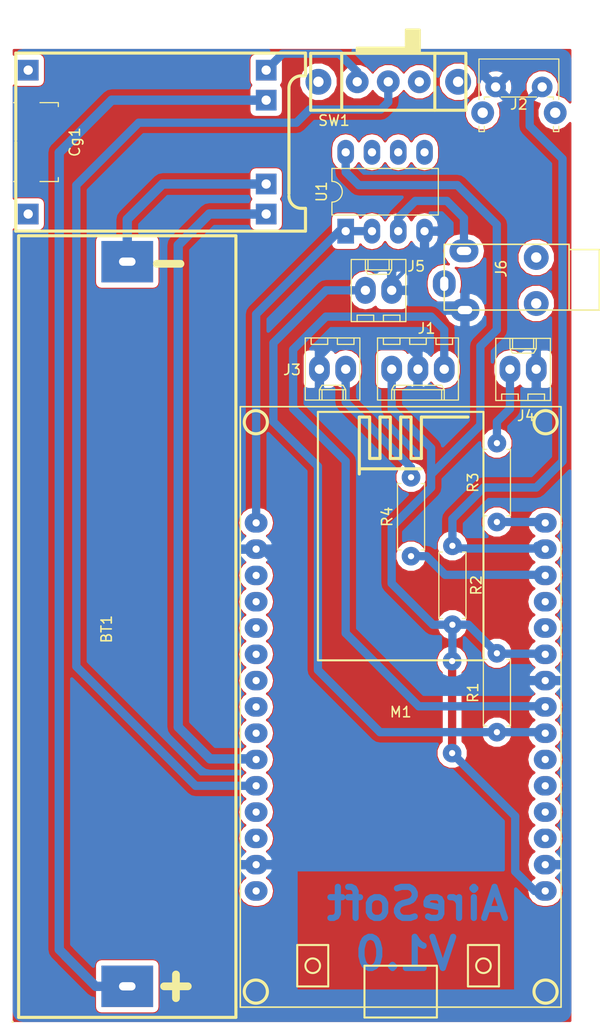
<source format=kicad_pcb>
(kicad_pcb (version 4) (host pcbnew 4.0.7)

  (general
    (links 32)
    (no_connects 0)
    (area 49.274999 60.774999 108.271001 160.200001)
    (thickness 1.6)
    (drawings 18)
    (tracks 170)
    (zones 0)
    (modules 15)
    (nets 37)
  )

  (page USLetter)
  (layers
    (0 F.Cu signal)
    (31 B.Cu signal)
    (32 B.Adhes user)
    (33 F.Adhes user)
    (34 B.Paste user)
    (35 F.Paste user)
    (36 B.SilkS user)
    (37 F.SilkS user)
    (38 B.Mask user)
    (39 F.Mask user)
    (40 Dwgs.User user)
    (41 Cmts.User user)
    (42 Eco1.User user)
    (43 Eco2.User user)
    (44 Edge.Cuts user)
    (45 Margin user)
    (46 B.CrtYd user)
    (47 F.CrtYd user)
    (48 B.Fab user)
    (49 F.Fab user)
  )

  (setup
    (last_trace_width 0.8)
    (user_trace_width 0.4)
    (user_trace_width 0.8)
    (user_trace_width 0.9)
    (user_trace_width 1)
    (user_trace_width 1.2)
    (user_trace_width 1.4)
    (user_trace_width 1.5)
    (trace_clearance 0.5)
    (zone_clearance 0.6)
    (zone_45_only no)
    (trace_min 0.2)
    (segment_width 0.2)
    (edge_width 0.15)
    (via_size 1)
    (via_drill 0.6)
    (via_min_size 0.4)
    (via_min_drill 0.3)
    (user_via 1.8 0.6)
    (uvia_size 0.3)
    (uvia_drill 0.1)
    (uvias_allowed no)
    (uvia_min_size 0.2)
    (uvia_min_drill 0.1)
    (pcb_text_width 0.3)
    (pcb_text_size 1.5 1.5)
    (mod_edge_width 0.15)
    (mod_text_size 1 1)
    (mod_text_width 0.15)
    (pad_size 2.2 1.88)
    (pad_drill 0.7)
    (pad_to_mask_clearance 0.2)
    (aux_axis_origin 0 0)
    (grid_origin 0 196)
    (visible_elements 7FFFFFFF)
    (pcbplotparams
      (layerselection 0x3ffff_80000001)
      (usegerberextensions false)
      (gerberprecision 5)
      (excludeedgelayer true)
      (linewidth 0.100000)
      (plotframeref false)
      (viasonmask false)
      (mode 1)
      (useauxorigin false)
      (hpglpennumber 1)
      (hpglpenspeed 20)
      (hpglpendiameter 15)
      (hpglpenoverlay 2)
      (psnegative false)
      (psa4output false)
      (plotreference true)
      (plotvalue true)
      (plotinvisibletext false)
      (padsonsilk false)
      (subtractmaskfromsilk false)
      (outputformat 1)
      (mirror false)
      (drillshape 0)
      (scaleselection 1)
      (outputdirectory "C:/Users/Duban G. Pedraza/Desktop/gerber_AirSoft/"))
  )

  (net 0 "")
  (net 1 GND)
  (net 2 /PULSADOR)
  (net 3 /PULSADOR_AP)
  (net 4 "Net-(J3-Pad2)")
  (net 5 "Net-(J4-Pad2)")
  (net 6 +3V3)
  (net 7 /SENSOR)
  (net 8 /LED_AP)
  (net 9 /LED_IR)
  (net 10 "Net-(M1-Pad4)")
  (net 11 "Net-(M1-Pad5)")
  (net 12 "Net-(M1-Pad10)")
  (net 13 "Net-(M1-Pad11)")
  (net 14 "Net-(M1-Pad12)")
  (net 15 "Net-(M1-Pad13)")
  (net 16 "Net-(M1-Pad16)")
  (net 17 "Net-(M1-Pad18)")
  (net 18 "Net-(M1-Pad19)")
  (net 19 "Net-(M1-Pad22)")
  (net 20 "Net-(M1-Pad23)")
  (net 21 "Net-(M1-Pad24)")
  (net 22 "Net-(M1-Pad25)")
  (net 23 "Net-(M1-Pad26)")
  (net 24 "Net-(M1-Pad27)")
  (net 25 "Net-(M1-Pad28)")
  (net 26 /B+)
  (net 27 /B-)
  (net 28 "Net-(Cg1-Pad8)")
  (net 29 "Net-(Cg1-Pad7)")
  (net 30 /OUT+)
  (net 31 /OUT-)
  (net 32 /OUT1+)
  (net 33 "Net-(SW1-Pad1)")
  (net 34 "Net-(J6-Pad3)")
  (net 35 "Net-(J6-Pad2)")
  (net 36 /A0)

  (net_class Default "Esta es la clase de red por defecto."
    (clearance 0.5)
    (trace_width 0.8)
    (via_dia 1)
    (via_drill 0.6)
    (uvia_dia 0.3)
    (uvia_drill 0.1)
    (add_net +3V3)
    (add_net /A0)
    (add_net /B+)
    (add_net /B-)
    (add_net /LED_AP)
    (add_net /LED_IR)
    (add_net /OUT+)
    (add_net /OUT-)
    (add_net /OUT1+)
    (add_net /PULSADOR)
    (add_net /PULSADOR_AP)
    (add_net /SENSOR)
    (add_net GND)
    (add_net "Net-(Cg1-Pad7)")
    (add_net "Net-(Cg1-Pad8)")
    (add_net "Net-(J3-Pad2)")
    (add_net "Net-(J4-Pad2)")
    (add_net "Net-(J6-Pad2)")
    (add_net "Net-(J6-Pad3)")
    (add_net "Net-(M1-Pad10)")
    (add_net "Net-(M1-Pad11)")
    (add_net "Net-(M1-Pad12)")
    (add_net "Net-(M1-Pad13)")
    (add_net "Net-(M1-Pad16)")
    (add_net "Net-(M1-Pad18)")
    (add_net "Net-(M1-Pad19)")
    (add_net "Net-(M1-Pad22)")
    (add_net "Net-(M1-Pad23)")
    (add_net "Net-(M1-Pad24)")
    (add_net "Net-(M1-Pad25)")
    (add_net "Net-(M1-Pad26)")
    (add_net "Net-(M1-Pad27)")
    (add_net "Net-(M1-Pad28)")
    (add_net "Net-(M1-Pad4)")
    (add_net "Net-(M1-Pad5)")
    (add_net "Net-(SW1-Pad1)")
  )

  (module ".pretty:JACK 3,5MM" (layer F.Cu) (tedit 5B3A49F6) (tstamp 5B01F431)
    (at 92.71 91.225 90)
    (path /5AFE35B5)
    (fp_text reference J6 (at 4 5.5 90) (layer F.SilkS)
      (effects (font (size 1 1) (thickness 0.15)))
    )
    (fp_text value Audio-Jack-3 (at 8.225 5.29 180) (layer F.Fab)
      (effects (font (size 1 1) (thickness 0.15)))
    )
    (fp_line (start 5.842 14.986) (end 0 14.986) (layer F.SilkS) (width 0.15))
    (fp_line (start 0 14.986) (end 0 0) (layer F.SilkS) (width 0.15))
    (fp_line (start 5.842 12.065) (end 5.842 14.986) (layer F.SilkS) (width 0.15))
    (fp_line (start 6.35 12.065) (end 0 12.065) (layer F.SilkS) (width 0.15))
    (fp_line (start 6.35 0) (end 0 0) (layer F.SilkS) (width 0.15))
    (fp_line (start 6.35 0) (end 6.35 12.065) (layer F.SilkS) (width 0.15))
    (pad 3 thru_hole oval (at 2.54 0 90) (size 2.6 2.2) (drill oval 1.4 0.8) (layers *.Cu *.Mask)
      (net 34 "Net-(J6-Pad3)"))
    (pad 1 thru_hole oval (at 0 2 90) (size 2.2 2.8) (drill oval 0.8 1.4) (layers *.Cu *.Mask)
      (net 1 GND))
    (pad 2 thru_hole oval (at 5.715 1.905 90) (size 2.2 2.8) (drill oval 0.8 1.4) (layers *.Cu *.Mask)
      (net 35 "Net-(J6-Pad2)"))
    (pad "" thru_hole circle (at 0.635 8.89 90) (size 2.4 2.4) (drill 1) (layers *.Cu *.Mask))
    (pad "" thru_hole circle (at 5.08 8.89 90) (size 2.4 2.4) (drill 1) (layers *.Cu *.Mask))
  )

  (module Airesoft_pcb:NODEMCU_V3_LOLIN (layer F.Cu) (tedit 5B3A4C1E) (tstamp 5AE0C148)
    (at 88.5 157.5)
    (path /5AD7B196)
    (fp_text reference M1 (at 0 -27.44) (layer F.SilkS)
      (effects (font (size 1 1) (thickness 0.15)))
    )
    (fp_text value NODEMCU_V3_LOLIN (at -0.5 -19.5) (layer F.Fab)
      (effects (font (size 1 1) (thickness 0.15)))
    )
    (fp_circle (center -8.5 -2.94) (end -9 -3.44) (layer F.SilkS) (width 0.2))
    (fp_circle (center 8 -2.94) (end 7.5 -3.44) (layer F.SilkS) (width 0.2))
    (fp_line (start -7 -0.94) (end -10 -0.94) (layer F.SilkS) (width 0.2))
    (fp_line (start -10 -0.94) (end -10 -4.94) (layer F.SilkS) (width 0.2))
    (fp_line (start -10 -4.94) (end -7 -4.94) (layer F.SilkS) (width 0.2))
    (fp_line (start -7 -4.94) (end -7 -0.94) (layer F.SilkS) (width 0.2))
    (fp_line (start 6.5 -0.94) (end 9.5 -0.94) (layer F.SilkS) (width 0.2))
    (fp_line (start 9.5 -0.94) (end 9.5 -4.94) (layer F.SilkS) (width 0.2))
    (fp_line (start 9.5 -4.94) (end 6.5 -4.94) (layer F.SilkS) (width 0.2))
    (fp_line (start 6.5 -4.94) (end 6.5 -0.94) (layer F.SilkS) (width 0.2))
    (fp_line (start 3.5 1.06) (end 3.5 -2.94) (layer F.SilkS) (width 0.2))
    (fp_line (start 3.5 -2.94) (end -3.5 -2.94) (layer F.SilkS) (width 0.2))
    (fp_line (start -3.5 -2.94) (end -3.5 1.06) (layer F.SilkS) (width 0.2))
    (fp_line (start -3.5 1.06) (end -3.5 2.06) (layer F.SilkS) (width 0.2))
    (fp_line (start -3.5 2.06) (end 3.5 2.06) (layer F.SilkS) (width 0.2))
    (fp_line (start 3.5 2.06) (end 3.5 1.06) (layer F.SilkS) (width 0.2))
    (fp_circle (center -14 -0.44) (end -15 -0.94) (layer F.SilkS) (width 0.3))
    (fp_circle (center 14 -0.44) (end 13 -0.94) (layer F.SilkS) (width 0.3))
    (fp_circle (center 14 -55.44) (end 13 -55.94) (layer F.SilkS) (width 0.3))
    (fp_circle (center -14 -55.44) (end -15 -55.94) (layer F.SilkS) (width 0.3))
    (fp_line (start -4 -50.94) (end 2 -50.94) (layer F.SilkS) (width 0.3))
    (fp_line (start -4 -50.44) (end -4 -50.94) (layer F.SilkS) (width 0.3))
    (fp_line (start 2 -51.94) (end 1 -51.94) (layer F.SilkS) (width 0.3))
    (fp_line (start 1 -51.94) (end 1 -55.94) (layer F.SilkS) (width 0.3))
    (fp_line (start 1 -55.94) (end 0 -55.94) (layer F.SilkS) (width 0.3))
    (fp_line (start 0 -55.94) (end 0 -51.94) (layer F.SilkS) (width 0.3))
    (fp_line (start 0 -51.94) (end -1 -51.94) (layer F.SilkS) (width 0.3))
    (fp_line (start -1 -51.94) (end -1 -55.94) (layer F.SilkS) (width 0.3))
    (fp_line (start -1 -55.94) (end -2 -55.94) (layer F.SilkS) (width 0.3))
    (fp_line (start -2 -55.94) (end -2 -51.94) (layer F.SilkS) (width 0.3))
    (fp_line (start -2 -51.94) (end -3 -51.94) (layer F.SilkS) (width 0.3))
    (fp_line (start -3 -51.94) (end -3 -55.94) (layer F.SilkS) (width 0.3))
    (fp_line (start -3 -55.94) (end -4 -55.94) (layer F.SilkS) (width 0.3))
    (fp_line (start -4 -55.94) (end -4 -50.94) (layer F.SilkS) (width 0.3))
    (fp_line (start 6.5 -55.94) (end 2 -55.94) (layer F.SilkS) (width 0.3))
    (fp_line (start 2 -55.94) (end 2 -51.94) (layer F.SilkS) (width 0.3))
    (fp_line (start 8 -56.44) (end 8 -32.44) (layer F.SilkS) (width 0.2))
    (fp_line (start 8 -32.44) (end -8 -32.44) (layer F.SilkS) (width 0.2))
    (fp_line (start -8 -32.44) (end -8 -56.44) (layer F.SilkS) (width 0.2))
    (fp_line (start -8 -56.44) (end 8 -56.44) (layer F.SilkS) (width 0.2))
    (fp_line (start 7 -32.44) (end -7 -32.44) (layer F.SilkS) (width 0.15))
    (fp_line (start 15.5 -56.94) (end -15.5 -56.94) (layer F.SilkS) (width 0.15))
    (fp_line (start -15.5 1.06) (end -15.5 -56.94) (layer F.SilkS) (width 0.15))
    (fp_line (start 15.5 1.06) (end 15.5 -56.94) (layer F.SilkS) (width 0.15))
    (fp_line (start 15.5 1.06) (end -15.5 1.06) (layer F.SilkS) (width 0.15))
    (pad 1 thru_hole oval (at 13.97 -45.72) (size 2.2 1.88) (drill 0.7) (layers *.Cu *.Mask)
      (net 8 /LED_AP))
    (pad 2 thru_hole oval (at 13.97 -43.18) (size 2.2 1.88) (drill 0.7) (layers *.Cu *.Mask)
      (net 3 /PULSADOR_AP))
    (pad 3 thru_hole oval (at 13.97 -40.64) (size 2.2 1.88) (drill 0.7) (layers *.Cu *.Mask)
      (net 9 /LED_IR))
    (pad 4 thru_hole oval (at 13.97 -38.1) (size 2.2 1.88) (drill 0.7) (layers *.Cu *.Mask)
      (net 10 "Net-(M1-Pad4)"))
    (pad 5 thru_hole oval (at 13.97 -35.56) (size 2.2 1.88) (drill 0.7) (layers *.Cu *.Mask)
      (net 11 "Net-(M1-Pad5)"))
    (pad 6 thru_hole oval (at 13.97 -33.02) (size 2.2 1.88) (drill 0.7) (layers *.Cu *.Mask)
      (net 6 +3V3))
    (pad 7 thru_hole oval (at 13.97 -30.48) (size 2.2 1.88) (drill 0.7) (layers *.Cu *.Mask)
      (net 1 GND))
    (pad 8 thru_hole oval (at 13.97 -27.94) (size 2.2 1.88) (drill 0.7) (layers *.Cu *.Mask)
      (net 7 /SENSOR))
    (pad 9 thru_hole oval (at 13.97 -25.4) (size 2.2 1.88) (drill 0.7) (layers *.Cu *.Mask)
      (net 2 /PULSADOR))
    (pad 10 thru_hole oval (at 13.97 -22.86) (size 2.2 1.88) (drill 0.7) (layers *.Cu *.Mask)
      (net 12 "Net-(M1-Pad10)"))
    (pad 11 thru_hole oval (at 13.97 -20.32) (size 2.2 1.88) (drill 0.7) (layers *.Cu *.Mask)
      (net 13 "Net-(M1-Pad11)"))
    (pad 12 thru_hole oval (at 13.97 -17.78) (size 2.2 1.88) (drill 0.7) (layers *.Cu *.Mask)
      (net 14 "Net-(M1-Pad12)"))
    (pad 13 thru_hole oval (at 13.97 -15.24) (size 2.2 1.88) (drill 0.7) (layers *.Cu *.Mask)
      (net 15 "Net-(M1-Pad13)"))
    (pad 14 thru_hole oval (at 13.97 -12.7) (size 2.2 1.88) (drill 0.7) (layers *.Cu *.Mask)
      (net 1 GND))
    (pad 15 thru_hole oval (at 13.97 -10.16) (size 2.2 1.88) (drill 0.7) (layers *.Cu *.Mask)
      (net 6 +3V3))
    (pad 16 thru_hole oval (at -13.97 -10.16) (size 2.2 1.88) (drill 0.7) (layers *.Cu *.Mask)
      (net 16 "Net-(M1-Pad16)"))
    (pad 17 thru_hole oval (at -13.97 -12.7) (size 2.2 1.88) (drill 0.7) (layers *.Cu *.Mask)
      (net 1 GND))
    (pad 18 thru_hole oval (at -13.97 -15.24) (size 2.2 1.88) (drill 0.7) (layers *.Cu *.Mask)
      (net 17 "Net-(M1-Pad18)"))
    (pad 19 thru_hole oval (at -13.97 -17.78) (size 2.2 1.88) (drill 0.7) (layers *.Cu *.Mask)
      (net 18 "Net-(M1-Pad19)"))
    (pad 20 thru_hole oval (at -13.97 -20.32) (size 2.2 1.88) (drill 0.7) (layers *.Cu *.Mask)
      (net 30 /OUT+))
    (pad 21 thru_hole oval (at -13.97 -22.86) (size 2.2 1.88) (drill 0.7) (layers *.Cu *.Mask)
      (net 31 /OUT-))
    (pad 22 thru_hole oval (at -13.97 -25.4) (size 2.2 1.88) (drill 0.7) (layers *.Cu *.Mask)
      (net 19 "Net-(M1-Pad22)"))
    (pad 23 thru_hole oval (at -13.97 -27.94) (size 2.2 1.88) (drill 0.7) (layers *.Cu *.Mask)
      (net 20 "Net-(M1-Pad23)"))
    (pad 24 thru_hole oval (at -13.97 -30.48) (size 2.2 1.88) (drill 0.7) (layers *.Cu *.Mask)
      (net 21 "Net-(M1-Pad24)"))
    (pad 25 thru_hole oval (at -13.97 -33.02) (size 2.2 1.88) (drill 0.7) (layers *.Cu *.Mask)
      (net 22 "Net-(M1-Pad25)"))
    (pad 26 thru_hole oval (at -13.97 -35.56) (size 2.2 1.88) (drill 0.7) (layers *.Cu *.Mask)
      (net 23 "Net-(M1-Pad26)"))
    (pad 27 thru_hole oval (at -13.97 -38.1) (size 2.2 1.88) (drill 0.7) (layers *.Cu *.Mask)
      (net 24 "Net-(M1-Pad27)"))
    (pad 28 thru_hole oval (at -13.97 -40.64) (size 2.2 1.88) (drill 0.7) (layers *.Cu *.Mask)
      (net 25 "Net-(M1-Pad28)"))
    (pad 29 thru_hole oval (at -13.97 -43.18) (size 2.2 1.88) (drill 0.7) (layers *.Cu *.Mask)
      (net 1 GND))
    (pad 30 thru_hole oval (at -13.97 -45.72) (size 2.2 1.88) (drill 0.7) (layers *.Cu *.Mask)
      (net 36 /A0))
    (model Connectors_USB.3dshapes/USB_Micro-B_Molex_47346-0001.wrl
      (at (xyz 0 0 0))
      (scale (xyz 1 1 1))
      (rotate (xyz 0 0 0))
    )
  )

  (module Airesoft_pcb:Switch (layer F.Cu) (tedit 5AEC8540) (tstamp 5AE0CED6)
    (at 87.3 68.925 180)
    (path /5AE0CFBB)
    (fp_text reference SW1 (at 5.25 -4 180) (layer F.SilkS)
      (effects (font (size 1 1) (thickness 0.15)))
    )
    (fp_text value SW_DPDT_x2 (at 0.25 -3.75 180) (layer F.Fab)
      (effects (font (size 1 1) (thickness 0.15)))
    )
    (fp_line (start -2.75 4.5) (end -2.75 3.75) (layer F.SilkS) (width 0.3))
    (fp_line (start -2.75 3.75) (end -1.75 2.75) (layer F.SilkS) (width 0.3))
    (fp_line (start -1.75 2.75) (end -1.5 2.75) (layer F.SilkS) (width 0.3))
    (fp_line (start -3 2.5) (end -3 3.25) (layer F.SilkS) (width 0.3))
    (fp_line (start -3 2.5) (end -2.75 3.25) (layer F.SilkS) (width 0.3))
    (fp_line (start -2.75 4.5) (end -2.5 4.5) (layer F.SilkS) (width 0.3))
    (fp_line (start -2.5 4.5) (end -1.75 4.5) (layer F.SilkS) (width 0.3))
    (fp_line (start -1.75 4.25) (end -2.75 4.25) (layer F.SilkS) (width 0.3))
    (fp_line (start -1.75 3.75) (end -2.75 4) (layer F.SilkS) (width 0.3))
    (fp_line (start -2.75 4) (end -2.75 3.75) (layer F.SilkS) (width 0.3))
    (fp_line (start -2.75 3.75) (end -2.75 4) (layer F.SilkS) (width 0.3))
    (fp_line (start -2.75 4) (end -2 4) (layer F.SilkS) (width 0.3))
    (fp_line (start -3 3.75) (end -2 3.75) (layer F.SilkS) (width 0.3))
    (fp_line (start -2.75 2.75) (end -1.75 2.75) (layer F.SilkS) (width 0.3))
    (fp_line (start -1.75 2.75) (end -2 3) (layer F.SilkS) (width 0.3))
    (fp_line (start -2 3) (end -2.75 3) (layer F.SilkS) (width 0.3))
    (fp_line (start -2.75 3) (end -2.75 3.5) (layer F.SilkS) (width 0.3))
    (fp_line (start -2.75 3.5) (end -1.75 3.5) (layer F.SilkS) (width 0.3))
    (fp_line (start -1.75 3.5) (end -1.75 3.25) (layer F.SilkS) (width 0.3))
    (fp_line (start -1.75 3.25) (end -2.5 3.25) (layer F.SilkS) (width 0.3))
    (fp_line (start -3 2.75) (end -3 4.75) (layer F.SilkS) (width 0.3))
    (fp_line (start -3 4.75) (end -1.75 4.75) (layer F.SilkS) (width 0.3))
    (fp_line (start -1.75 4.75) (end -1.75 2.75) (layer F.SilkS) (width 0.3))
    (fp_line (start -1.75 2.75) (end -1.75 3) (layer F.SilkS) (width 0.3))
    (fp_line (start -1.75 3) (end 3 3) (layer F.SilkS) (width 0.3))
    (fp_line (start 3 3) (end 3 2.75) (layer F.SilkS) (width 0.3))
    (fp_line (start 3 2.75) (end -1.5 2.75) (layer F.SilkS) (width 0.3))
    (fp_line (start 4.5 -3) (end 4.5 2.5) (layer F.SilkS) (width 0.3))
    (fp_line (start -4.5 -3) (end -4.5 2.5) (layer F.SilkS) (width 0.3))
    (fp_line (start -7.5 2.5) (end 7.5 2.5) (layer F.SilkS) (width 0.3))
    (fp_line (start 7.5 2.5) (end 7.5 -3) (layer F.SilkS) (width 0.3))
    (fp_line (start 7.5 -3) (end -7.5 -3) (layer F.SilkS) (width 0.3))
    (fp_line (start -7.5 -3) (end -7.5 2.5) (layer F.SilkS) (width 0.3))
    (pad "" thru_hole circle (at 6.75 -0.25 180) (size 2.5 2.5) (drill 1) (layers *.Cu *.Mask))
    (pad "" thru_hole circle (at -6.75 -0.25 180) (size 2.5 2.5) (drill 1) (layers *.Cu *.Mask))
    (pad 2 thru_hole circle (at 0 -0.25 180) (size 2.2 2.2) (drill 0.9) (layers *.Cu *.Mask)
      (net 30 /OUT+))
    (pad 3 thru_hole circle (at 3 -0.25 180) (size 2.2 2.2) (drill 0.9) (layers *.Cu *.Mask)
      (net 32 /OUT1+))
    (pad 1 thru_hole circle (at -3 -0.25 180) (size 2.2 2.2) (drill 0.9) (layers *.Cu *.Mask)
      (net 33 "Net-(SW1-Pad1)"))
  )

  (module Airesoft_pcb:TP4056 (layer F.Cu) (tedit 5B3A4BBC) (tstamp 5AE0C138)
    (at 52.5 75 270)
    (descr "Micro USB B receptable with flange, bottom-mount, SMD, right-angle (http://www.molex.com/pdm_docs/sd/473460001_sd.pdf)")
    (tags "Micro B USB SMD")
    (path /5AD7A7C5)
    (attr smd)
    (fp_text reference Cg1 (at 0 -4.5 450) (layer F.SilkS)
      (effects (font (size 1 1) (thickness 0.15)))
    )
    (fp_text value TP4056 (at 0 -12.5 270) (layer F.Fab)
      (effects (font (size 1 1) (thickness 0.15)))
    )
    (fp_line (start -6.4 -26.8) (end -6.4 -26.4) (layer F.SilkS) (width 0.3))
    (fp_line (start -8.6 -26.8) (end -6.4 -26.8) (layer F.SilkS) (width 0.3))
    (fp_line (start 5 -25.2) (end -5.2 -25.2) (layer F.SilkS) (width 0.3))
    (fp_line (start 6.4 -26.4) (end 6.4 -26.8) (layer F.SilkS) (width 0.3))
    (fp_line (start 6.4 -26.8) (end 8.6 -26.8) (layer F.SilkS) (width 0.3))
    (fp_arc (start 5.2 -26.4) (end 6.4 -26.4) (angle 90) (layer F.SilkS) (width 0.3))
    (fp_arc (start -5.2 -26.4) (end -5.2 -25.2) (angle 90) (layer F.SilkS) (width 0.3))
    (fp_line (start -0.2 1.2) (end -8.6 1.2) (layer F.SilkS) (width 0.3))
    (fp_line (start -8.6 1.2) (end -8.6 -26.8) (layer F.SilkS) (width 0.3))
    (fp_line (start 0 1.2) (end 8.6 1.2) (layer F.SilkS) (width 0.3))
    (fp_line (start 8.6 1.2) (end 8.6 -26.8) (layer F.SilkS) (width 0.3))
    (fp_text user "PCB Edge" (at 0 1.47 450) (layer Dwgs.User)
      (effects (font (size 0.4 0.4) (thickness 0.04)))
    )
    (fp_text user %R (at 0 0 270) (layer F.Fab)
      (effects (font (size 1 1) (thickness 0.15)))
    )
    (fp_line (start 3.81 -2.91) (end 3.43 -2.91) (layer F.SilkS) (width 0.12))
    (fp_line (start 4.6 2.7) (end -4.6 2.7) (layer F.CrtYd) (width 0.05))
    (fp_line (start 4.6 -3.9) (end 4.6 2.7) (layer F.CrtYd) (width 0.05))
    (fp_line (start -4.6 -3.9) (end 4.6 -3.9) (layer F.CrtYd) (width 0.05))
    (fp_line (start -4.6 2.7) (end -4.6 -3.9) (layer F.CrtYd) (width 0.05))
    (fp_line (start 3.75 2.15) (end -3.75 2.15) (layer F.Fab) (width 0.1))
    (fp_line (start 3.75 -2.85) (end 3.75 2.15) (layer F.Fab) (width 0.1))
    (fp_line (start -3.75 -2.85) (end 3.75 -2.85) (layer F.Fab) (width 0.1))
    (fp_line (start -3.75 2.15) (end -3.75 -2.85) (layer F.Fab) (width 0.1))
    (fp_line (start 3.81 1.14) (end 3.81 1.4) (layer F.SilkS) (width 0.12))
    (fp_line (start 3.81 -2.91) (end 3.81 -1.14) (layer F.SilkS) (width 0.12))
    (fp_line (start -3.81 -2.91) (end -3.43 -2.91) (layer F.SilkS) (width 0.12))
    (fp_line (start -3.81 -1.14) (end -3.81 -2.91) (layer F.SilkS) (width 0.12))
    (fp_line (start -3.81 1.4) (end -3.81 1.14) (layer F.SilkS) (width 0.12))
    (fp_line (start -3.25 1.45) (end 3.25 1.45) (layer F.Fab) (width 0.1))
    (pad 8 thru_hole rect (at 6.95 0 270) (size 2 2) (drill 0.9) (layers *.Cu *.Mask)
      (net 28 "Net-(Cg1-Pad8)"))
    (pad 7 thru_hole rect (at -6.95 0 270) (size 2 2) (drill 0.9) (layers *.Cu *.Mask)
      (net 29 "Net-(Cg1-Pad7)"))
    (pad 12 thru_hole rect (at -6.95 -23 270) (size 2 2) (drill 0.9) (layers *.Cu *.Mask)
      (net 32 /OUT1+))
    (pad 9 thru_hole rect (at 6.95 -23 270) (size 2 2) (drill 0.9) (layers *.Cu *.Mask)
      (net 31 /OUT-))
    (pad 10 thru_hole rect (at 4.05 -23 270) (size 2 2) (drill 0.9) (layers *.Cu *.Mask)
      (net 27 /B-))
    (pad 11 thru_hole rect (at -4.05 -23 270) (size 2 2) (drill 0.9) (layers *.Cu *.Mask)
      (net 26 /B+))
    (model ${KISYS3DMOD}/Connectors_USB.3dshapes/USB_Micro-B_Molex_47346-0001.wrl
      (at (xyz 0 0 0))
      (scale (xyz 1 1 1))
      (rotate (xyz 0 0 0))
    )
  )

  (module Buttons_Switches_THT:SW_Tactile_SPST_Angled_PTS645Vx83-2LFS (layer F.Cu) (tedit 5AEC8562) (tstamp 5AE0C141)
    (at 97.675 69.675)
    (descr "tactile switch SPST right angle, PTS645VL83-2 LFS")
    (tags "tactile switch SPST angled PTS645VL83-2 LFS C&K Button")
    (path /5AE0C120)
    (fp_text reference J2 (at 2.25 1.68) (layer F.SilkS)
      (effects (font (size 1 1) (thickness 0.15)))
    )
    (fp_text value PULSADOR_AP (at 2.25 5.38988) (layer F.Fab)
      (effects (font (size 1 1) (thickness 0.15)))
    )
    (fp_line (start 0.5 -8.35) (end 0.5 -2.59) (layer F.Fab) (width 0.1))
    (fp_line (start 4 -8.35) (end 4 -2.59) (layer F.Fab) (width 0.1))
    (fp_line (start 0.5 -8.35) (end 4 -8.35) (layer F.Fab) (width 0.1))
    (fp_text user %R (at 2.25 1.68) (layer F.Fab)
      (effects (font (size 1 1) (thickness 0.15)))
    )
    (fp_line (start -1.09 0.97) (end -1.09 1.2) (layer F.SilkS) (width 0.12))
    (fp_line (start 5.7 4.2) (end 5.7 0.86) (layer F.Fab) (width 0.1))
    (fp_line (start -1.5 4.2) (end -1.2 4.2) (layer F.Fab) (width 0.1))
    (fp_line (start -1.2 0.86) (end 5.7 0.86) (layer F.Fab) (width 0.1))
    (fp_line (start 6 4.2) (end 6 -2.59) (layer F.Fab) (width 0.1))
    (fp_line (start -2.5 -2.8) (end 7.05 -2.8) (layer F.CrtYd) (width 0.05))
    (fp_line (start 7.05 -2.8) (end 7.05 4.45) (layer F.CrtYd) (width 0.05))
    (fp_line (start 7.05 4.45) (end -2.5 4.45) (layer F.CrtYd) (width 0.05))
    (fp_line (start -2.5 4.45) (end -2.5 -2.8) (layer F.CrtYd) (width 0.05))
    (fp_line (start -1.61 -2.7) (end 6.11 -2.7) (layer F.SilkS) (width 0.12))
    (fp_line (start 6.11 -2.7) (end 6.11 1.2) (layer F.SilkS) (width 0.12))
    (fp_line (start -1.61 4.31) (end -1.09 4.31) (layer F.SilkS) (width 0.12))
    (fp_line (start -1.61 -2.7) (end -1.61 1.2) (layer F.SilkS) (width 0.12))
    (fp_line (start -1.5 -2.59) (end 6 -2.59) (layer F.Fab) (width 0.1))
    (fp_line (start -1.5 4.2) (end -1.5 -2.59) (layer F.Fab) (width 0.1))
    (fp_line (start 5.7 4.2) (end 6 4.2) (layer F.Fab) (width 0.1))
    (fp_line (start -1.2 4.2) (end -1.2 0.86) (layer F.Fab) (width 0.1))
    (fp_line (start 5.59 0.97) (end 5.59 1.2) (layer F.SilkS) (width 0.12))
    (fp_line (start -1.09 3.8) (end -1.09 4.31) (layer F.SilkS) (width 0.12))
    (fp_line (start -1.61 3.8) (end -1.61 4.31) (layer F.SilkS) (width 0.12))
    (fp_line (start 5.05 0.97) (end 5.59 0.97) (layer F.SilkS) (width 0.12))
    (fp_line (start 5.59 3.8) (end 5.59 4.31) (layer F.SilkS) (width 0.12))
    (fp_line (start 5.59 4.31) (end 6.11 4.31) (layer F.SilkS) (width 0.12))
    (fp_line (start 6.11 3.8) (end 6.11 4.31) (layer F.SilkS) (width 0.12))
    (fp_line (start -1.09 0.97) (end -0.55 0.97) (layer F.SilkS) (width 0.12))
    (fp_line (start 0.55 0.97) (end 3.95 0.97) (layer F.SilkS) (width 0.12))
    (pad "" thru_hole circle (at 5.76 2.49) (size 2.2 2.2) (drill 1) (layers *.Cu *.Mask))
    (pad 2 thru_hole circle (at 4.5 0) (size 2 2) (drill 0.9) (layers *.Cu *.Mask)
      (net 3 /PULSADOR_AP))
    (pad 1 thru_hole circle (at 0 0) (size 2 2) (drill 0.9) (layers *.Cu *.Mask)
      (net 1 GND))
    (pad "" thru_hole circle (at -1.25 2.49) (size 2.2 2.2) (drill 1) (layers *.Cu *.Mask))
    (model ${KISYS3DMOD}/Buttons_Switches_THT.3dshapes/SW_Tactile_SPST_Angled_PTS645Vx83-2LFS.wrl
      (at (xyz 0 0 0))
      (scale (xyz 1 1 1))
      (rotate (xyz 0 0 0))
    )
  )

  (module Connectors_Molex:Molex_KK-6410-02_02x2.54mm_Straight (layer F.Cu) (tedit 5B3A4BEE) (tstamp 5AD76DBE)
    (at 87.63 89.32 180)
    (descr "Connector Headers with Friction Lock, 22-27-2021, http://www.molex.com/pdm_docs/sd/022272021_sd.pdf")
    (tags "connector molex kk_6410 22-27-2021")
    (path /5AD75FE4)
    (fp_text reference J1 (at -3.37 -3.68 180) (layer F.SilkS)
      (effects (font (size 1 1) (thickness 0.15)))
    )
    (fp_text value PULSADOR (at 7.63 0.32 180) (layer F.Fab)
      (effects (font (size 1 1) (thickness 0.15)))
    )
    (fp_line (start -1.47 -3.12) (end -1.47 3.08) (layer F.Fab) (width 0.12))
    (fp_line (start -1.47 3.08) (end 4.01 3.08) (layer F.Fab) (width 0.12))
    (fp_line (start 4.01 3.08) (end 4.01 -3.12) (layer F.Fab) (width 0.12))
    (fp_line (start 4.01 -3.12) (end -1.47 -3.12) (layer F.Fab) (width 0.12))
    (fp_line (start -1.37 -3.02) (end -1.37 2.98) (layer F.SilkS) (width 0.12))
    (fp_line (start -1.37 2.98) (end 3.91 2.98) (layer F.SilkS) (width 0.12))
    (fp_line (start 3.91 2.98) (end 3.91 -3.02) (layer F.SilkS) (width 0.12))
    (fp_line (start 3.91 -3.02) (end -1.37 -3.02) (layer F.SilkS) (width 0.12))
    (fp_line (start 0 2.98) (end 0 1.98) (layer F.SilkS) (width 0.12))
    (fp_line (start 0 1.98) (end 2.54 1.98) (layer F.SilkS) (width 0.12))
    (fp_line (start 2.54 1.98) (end 2.54 2.98) (layer F.SilkS) (width 0.12))
    (fp_line (start 0 1.98) (end 0.25 1.55) (layer F.SilkS) (width 0.12))
    (fp_line (start 0.25 1.55) (end 2.29 1.55) (layer F.SilkS) (width 0.12))
    (fp_line (start 2.29 1.55) (end 2.54 1.98) (layer F.SilkS) (width 0.12))
    (fp_line (start 0.25 2.98) (end 0.25 1.98) (layer F.SilkS) (width 0.12))
    (fp_line (start 2.29 2.98) (end 2.29 1.98) (layer F.SilkS) (width 0.12))
    (fp_line (start -0.8 -3.02) (end -0.8 -2.4) (layer F.SilkS) (width 0.12))
    (fp_line (start -0.8 -2.4) (end 0.8 -2.4) (layer F.SilkS) (width 0.12))
    (fp_line (start 0.8 -2.4) (end 0.8 -3.02) (layer F.SilkS) (width 0.12))
    (fp_line (start 1.74 -3.02) (end 1.74 -2.4) (layer F.SilkS) (width 0.12))
    (fp_line (start 1.74 -2.4) (end 3.34 -2.4) (layer F.SilkS) (width 0.12))
    (fp_line (start 3.34 -2.4) (end 3.34 -3.02) (layer F.SilkS) (width 0.12))
    (fp_line (start -1.9 3.5) (end -1.9 -3.55) (layer F.CrtYd) (width 0.05))
    (fp_line (start -1.9 -3.55) (end 4.45 -3.55) (layer F.CrtYd) (width 0.05))
    (fp_line (start 4.45 -3.55) (end 4.45 3.5) (layer F.CrtYd) (width 0.05))
    (fp_line (start 4.45 3.5) (end -1.9 3.5) (layer F.CrtYd) (width 0.05))
    (fp_text user %R (at 1.27 0 180) (layer F.Fab)
      (effects (font (size 1 1) (thickness 0.15)))
    )
    (pad 1 thru_hole oval (at 0 0 180) (size 2 2.6) (drill 0.9) (layers *.Cu *.Mask)
      (net 1 GND))
    (pad 2 thru_hole oval (at 2.54 0 180) (size 2 2.6) (drill 0.9) (layers *.Cu *.Mask)
      (net 2 /PULSADOR))
    (model ${KISYS3DMOD}/Connectors_Molex.3dshapes/Molex_KK-6410-02_02x2.54mm_Straight.wrl
      (at (xyz 0 0 0))
      (scale (xyz 1 1 1))
      (rotate (xyz 0 0 0))
    )
  )

  (module Connectors_Molex:Molex_KK-6410-02_02x2.54mm_Straight (layer F.Cu) (tedit 5B3A4AC5) (tstamp 5AD76DCA)
    (at 80.645 96.94)
    (descr "Connector Headers with Friction Lock, 22-27-2021, http://www.molex.com/pdm_docs/sd/022272021_sd.pdf")
    (tags "connector molex kk_6410 22-27-2021")
    (path /5AD78750)
    (fp_text reference J3 (at -2.645 0.06) (layer F.SilkS)
      (effects (font (size 1 1) (thickness 0.15)))
    )
    (fp_text value LED_IR (at -0.645 -3.94) (layer F.Fab)
      (effects (font (size 1 1) (thickness 0.15)))
    )
    (fp_line (start -1.47 -3.12) (end -1.47 3.08) (layer F.Fab) (width 0.12))
    (fp_line (start -1.47 3.08) (end 4.01 3.08) (layer F.Fab) (width 0.12))
    (fp_line (start 4.01 3.08) (end 4.01 -3.12) (layer F.Fab) (width 0.12))
    (fp_line (start 4.01 -3.12) (end -1.47 -3.12) (layer F.Fab) (width 0.12))
    (fp_line (start -1.37 -3.02) (end -1.37 2.98) (layer F.SilkS) (width 0.12))
    (fp_line (start -1.37 2.98) (end 3.91 2.98) (layer F.SilkS) (width 0.12))
    (fp_line (start 3.91 2.98) (end 3.91 -3.02) (layer F.SilkS) (width 0.12))
    (fp_line (start 3.91 -3.02) (end -1.37 -3.02) (layer F.SilkS) (width 0.12))
    (fp_line (start 0 2.98) (end 0 1.98) (layer F.SilkS) (width 0.12))
    (fp_line (start 0 1.98) (end 2.54 1.98) (layer F.SilkS) (width 0.12))
    (fp_line (start 2.54 1.98) (end 2.54 2.98) (layer F.SilkS) (width 0.12))
    (fp_line (start 0 1.98) (end 0.25 1.55) (layer F.SilkS) (width 0.12))
    (fp_line (start 0.25 1.55) (end 2.29 1.55) (layer F.SilkS) (width 0.12))
    (fp_line (start 2.29 1.55) (end 2.54 1.98) (layer F.SilkS) (width 0.12))
    (fp_line (start 0.25 2.98) (end 0.25 1.98) (layer F.SilkS) (width 0.12))
    (fp_line (start 2.29 2.98) (end 2.29 1.98) (layer F.SilkS) (width 0.12))
    (fp_line (start -0.8 -3.02) (end -0.8 -2.4) (layer F.SilkS) (width 0.12))
    (fp_line (start -0.8 -2.4) (end 0.8 -2.4) (layer F.SilkS) (width 0.12))
    (fp_line (start 0.8 -2.4) (end 0.8 -3.02) (layer F.SilkS) (width 0.12))
    (fp_line (start 1.74 -3.02) (end 1.74 -2.4) (layer F.SilkS) (width 0.12))
    (fp_line (start 1.74 -2.4) (end 3.34 -2.4) (layer F.SilkS) (width 0.12))
    (fp_line (start 3.34 -2.4) (end 3.34 -3.02) (layer F.SilkS) (width 0.12))
    (fp_line (start -1.9 3.5) (end -1.9 -3.55) (layer F.CrtYd) (width 0.05))
    (fp_line (start -1.9 -3.55) (end 4.45 -3.55) (layer F.CrtYd) (width 0.05))
    (fp_line (start 4.45 -3.55) (end 4.45 3.5) (layer F.CrtYd) (width 0.05))
    (fp_line (start 4.45 3.5) (end -1.9 3.5) (layer F.CrtYd) (width 0.05))
    (fp_text user %R (at 1.27 0) (layer F.Fab)
      (effects (font (size 1 1) (thickness 0.15)))
    )
    (pad 1 thru_hole oval (at 0 0) (size 2 2.6) (drill 0.9) (layers *.Cu *.Mask)
      (net 1 GND))
    (pad 2 thru_hole oval (at 2.54 0) (size 2 2.6) (drill 0.9) (layers *.Cu *.Mask)
      (net 4 "Net-(J3-Pad2)"))
    (model ${KISYS3DMOD}/Connectors_Molex.3dshapes/Molex_KK-6410-02_02x2.54mm_Straight.wrl
      (at (xyz 0 0 0))
      (scale (xyz 1 1 1))
      (rotate (xyz 0 0 0))
    )
  )

  (module Connectors_Molex:Molex_KK-6410-02_02x2.54mm_Straight (layer F.Cu) (tedit 5B3A4A13) (tstamp 5AD76DD0)
    (at 101.6 96.94 180)
    (descr "Connector Headers with Friction Lock, 22-27-2021, http://www.molex.com/pdm_docs/sd/022272021_sd.pdf")
    (tags "connector molex kk_6410 22-27-2021")
    (path /5AD78869)
    (fp_text reference J4 (at 1 -4.5 180) (layer F.SilkS)
      (effects (font (size 1 1) (thickness 0.15)))
    )
    (fp_text value LED_AP (at 2.6 3.94 180) (layer F.Fab)
      (effects (font (size 1 1) (thickness 0.15)))
    )
    (fp_line (start -1.47 -3.12) (end -1.47 3.08) (layer F.Fab) (width 0.12))
    (fp_line (start -1.47 3.08) (end 4.01 3.08) (layer F.Fab) (width 0.12))
    (fp_line (start 4.01 3.08) (end 4.01 -3.12) (layer F.Fab) (width 0.12))
    (fp_line (start 4.01 -3.12) (end -1.47 -3.12) (layer F.Fab) (width 0.12))
    (fp_line (start -1.37 -3.02) (end -1.37 2.98) (layer F.SilkS) (width 0.12))
    (fp_line (start -1.37 2.98) (end 3.91 2.98) (layer F.SilkS) (width 0.12))
    (fp_line (start 3.91 2.98) (end 3.91 -3.02) (layer F.SilkS) (width 0.12))
    (fp_line (start 3.91 -3.02) (end -1.37 -3.02) (layer F.SilkS) (width 0.12))
    (fp_line (start 0 2.98) (end 0 1.98) (layer F.SilkS) (width 0.12))
    (fp_line (start 0 1.98) (end 2.54 1.98) (layer F.SilkS) (width 0.12))
    (fp_line (start 2.54 1.98) (end 2.54 2.98) (layer F.SilkS) (width 0.12))
    (fp_line (start 0 1.98) (end 0.25 1.55) (layer F.SilkS) (width 0.12))
    (fp_line (start 0.25 1.55) (end 2.29 1.55) (layer F.SilkS) (width 0.12))
    (fp_line (start 2.29 1.55) (end 2.54 1.98) (layer F.SilkS) (width 0.12))
    (fp_line (start 0.25 2.98) (end 0.25 1.98) (layer F.SilkS) (width 0.12))
    (fp_line (start 2.29 2.98) (end 2.29 1.98) (layer F.SilkS) (width 0.12))
    (fp_line (start -0.8 -3.02) (end -0.8 -2.4) (layer F.SilkS) (width 0.12))
    (fp_line (start -0.8 -2.4) (end 0.8 -2.4) (layer F.SilkS) (width 0.12))
    (fp_line (start 0.8 -2.4) (end 0.8 -3.02) (layer F.SilkS) (width 0.12))
    (fp_line (start 1.74 -3.02) (end 1.74 -2.4) (layer F.SilkS) (width 0.12))
    (fp_line (start 1.74 -2.4) (end 3.34 -2.4) (layer F.SilkS) (width 0.12))
    (fp_line (start 3.34 -2.4) (end 3.34 -3.02) (layer F.SilkS) (width 0.12))
    (fp_line (start -1.9 3.5) (end -1.9 -3.55) (layer F.CrtYd) (width 0.05))
    (fp_line (start -1.9 -3.55) (end 4.45 -3.55) (layer F.CrtYd) (width 0.05))
    (fp_line (start 4.45 -3.55) (end 4.45 3.5) (layer F.CrtYd) (width 0.05))
    (fp_line (start 4.45 3.5) (end -1.9 3.5) (layer F.CrtYd) (width 0.05))
    (fp_text user %R (at 1.27 0 180) (layer F.Fab)
      (effects (font (size 1 1) (thickness 0.15)))
    )
    (pad 1 thru_hole oval (at 0 0 180) (size 2 2.6) (drill 0.9) (layers *.Cu *.Mask)
      (net 1 GND))
    (pad 2 thru_hole oval (at 2.54 0 180) (size 2 2.6) (drill 0.9) (layers *.Cu *.Mask)
      (net 5 "Net-(J4-Pad2)"))
    (model ${KISYS3DMOD}/Connectors_Molex.3dshapes/Molex_KK-6410-02_02x2.54mm_Straight.wrl
      (at (xyz 0 0 0))
      (scale (xyz 1 1 1))
      (rotate (xyz 0 0 0))
    )
  )

  (module Connectors_Molex:Molex_KK-6410-03_03x2.54mm_Straight (layer F.Cu) (tedit 5B3A4C03) (tstamp 5AD76DD7)
    (at 87.63 96.94)
    (descr "Connector Headers with Friction Lock, 22-27-2031, http://www.molex.com/pdm_docs/sd/022272021_sd.pdf")
    (tags "connector molex kk_6410 22-27-2031")
    (path /5AD75E61)
    (fp_text reference J5 (at 2.37 -9.94) (layer F.SilkS)
      (effects (font (size 1 1) (thickness 0.15)))
    )
    (fp_text value SENSOR (at 2.37 4.06) (layer F.Fab)
      (effects (font (size 1 1) (thickness 0.15)))
    )
    (fp_line (start -1.47 -3.12) (end -1.47 3.08) (layer F.Fab) (width 0.12))
    (fp_line (start -1.47 3.08) (end 6.55 3.08) (layer F.Fab) (width 0.12))
    (fp_line (start 6.55 3.08) (end 6.55 -3.12) (layer F.Fab) (width 0.12))
    (fp_line (start 6.55 -3.12) (end -1.47 -3.12) (layer F.Fab) (width 0.12))
    (fp_line (start -1.37 -3.02) (end -1.37 2.98) (layer F.SilkS) (width 0.12))
    (fp_line (start -1.37 2.98) (end 6.45 2.98) (layer F.SilkS) (width 0.12))
    (fp_line (start 6.45 2.98) (end 6.45 -3.02) (layer F.SilkS) (width 0.12))
    (fp_line (start 6.45 -3.02) (end -1.37 -3.02) (layer F.SilkS) (width 0.12))
    (fp_line (start 0 2.98) (end 0 1.98) (layer F.SilkS) (width 0.12))
    (fp_line (start 0 1.98) (end 5.08 1.98) (layer F.SilkS) (width 0.12))
    (fp_line (start 5.08 1.98) (end 5.08 2.98) (layer F.SilkS) (width 0.12))
    (fp_line (start 0 1.98) (end 0.25 1.55) (layer F.SilkS) (width 0.12))
    (fp_line (start 0.25 1.55) (end 4.83 1.55) (layer F.SilkS) (width 0.12))
    (fp_line (start 4.83 1.55) (end 5.08 1.98) (layer F.SilkS) (width 0.12))
    (fp_line (start 0.25 2.98) (end 0.25 1.98) (layer F.SilkS) (width 0.12))
    (fp_line (start 4.83 2.98) (end 4.83 1.98) (layer F.SilkS) (width 0.12))
    (fp_line (start -0.8 -3.02) (end -0.8 -2.4) (layer F.SilkS) (width 0.12))
    (fp_line (start -0.8 -2.4) (end 0.8 -2.4) (layer F.SilkS) (width 0.12))
    (fp_line (start 0.8 -2.4) (end 0.8 -3.02) (layer F.SilkS) (width 0.12))
    (fp_line (start 1.74 -3.02) (end 1.74 -2.4) (layer F.SilkS) (width 0.12))
    (fp_line (start 1.74 -2.4) (end 3.34 -2.4) (layer F.SilkS) (width 0.12))
    (fp_line (start 3.34 -2.4) (end 3.34 -3.02) (layer F.SilkS) (width 0.12))
    (fp_line (start 4.28 -3.02) (end 4.28 -2.4) (layer F.SilkS) (width 0.12))
    (fp_line (start 4.28 -2.4) (end 5.88 -2.4) (layer F.SilkS) (width 0.12))
    (fp_line (start 5.88 -2.4) (end 5.88 -3.02) (layer F.SilkS) (width 0.12))
    (fp_line (start -1.9 3.5) (end -1.9 -3.55) (layer F.CrtYd) (width 0.05))
    (fp_line (start -1.9 -3.55) (end 7 -3.55) (layer F.CrtYd) (width 0.05))
    (fp_line (start 7 -3.55) (end 7 3.5) (layer F.CrtYd) (width 0.05))
    (fp_line (start 7 3.5) (end -1.9 3.5) (layer F.CrtYd) (width 0.05))
    (fp_text user %R (at 2.54 0) (layer F.Fab)
      (effects (font (size 1 1) (thickness 0.15)))
    )
    (pad 1 thru_hole oval (at 0 0) (size 2 2.6) (drill 0.9) (layers *.Cu *.Mask)
      (net 6 +3V3))
    (pad 2 thru_hole oval (at 2.54 0) (size 2 2.6) (drill 0.9) (layers *.Cu *.Mask)
      (net 1 GND))
    (pad 3 thru_hole oval (at 5.08 0) (size 2 2.6) (drill 0.9) (layers *.Cu *.Mask)
      (net 7 /SENSOR))
    (model ${KISYS3DMOD}/Connectors_Molex.3dshapes/Molex_KK-6410-03_03x2.54mm_Straight.wrl
      (at (xyz 0 0 0))
      (scale (xyz 1 1 1))
      (rotate (xyz 0 0 0))
    )
  )

  (module Resistors_THT:R_Axial_DIN0207_L6.3mm_D2.5mm_P7.62mm_Horizontal (layer F.Cu) (tedit 5AD7DDCC) (tstamp 5AD76E15)
    (at 97.8 132 90)
    (descr "Resistor, Axial_DIN0207 series, Axial, Horizontal, pin pitch=7.62mm, 0.25W = 1/4W, length*diameter=6.3*2.5mm^2, http://cdn-reichelt.de/documents/datenblatt/B400/1_4W%23YAG.pdf")
    (tags "Resistor Axial_DIN0207 series Axial Horizontal pin pitch 7.62mm 0.25W = 1/4W length 6.3mm diameter 2.5mm")
    (path /5AD7605E)
    (fp_text reference R1 (at 3.81 -2.31 90) (layer F.SilkS)
      (effects (font (size 1 1) (thickness 0.15)))
    )
    (fp_text value 10K (at 3.81 2.31 90) (layer F.Fab)
      (effects (font (size 1 1) (thickness 0.15)))
    )
    (fp_line (start 0.66 -1.25) (end 0.66 1.25) (layer F.Fab) (width 0.1))
    (fp_line (start 0.66 1.25) (end 6.96 1.25) (layer F.Fab) (width 0.1))
    (fp_line (start 6.96 1.25) (end 6.96 -1.25) (layer F.Fab) (width 0.1))
    (fp_line (start 6.96 -1.25) (end 0.66 -1.25) (layer F.Fab) (width 0.1))
    (fp_line (start 0 0) (end 0.66 0) (layer F.Fab) (width 0.1))
    (fp_line (start 7.62 0) (end 6.96 0) (layer F.Fab) (width 0.1))
    (fp_line (start 0.6 -0.98) (end 0.6 -1.31) (layer F.SilkS) (width 0.12))
    (fp_line (start 0.6 -1.31) (end 7.02 -1.31) (layer F.SilkS) (width 0.12))
    (fp_line (start 7.02 -1.31) (end 7.02 -0.98) (layer F.SilkS) (width 0.12))
    (fp_line (start 0.6 0.98) (end 0.6 1.31) (layer F.SilkS) (width 0.12))
    (fp_line (start 0.6 1.31) (end 7.02 1.31) (layer F.SilkS) (width 0.12))
    (fp_line (start 7.02 1.31) (end 7.02 0.98) (layer F.SilkS) (width 0.12))
    (fp_line (start -1.05 -1.6) (end -1.05 1.6) (layer F.CrtYd) (width 0.05))
    (fp_line (start -1.05 1.6) (end 8.7 1.6) (layer F.CrtYd) (width 0.05))
    (fp_line (start 8.7 1.6) (end 8.7 -1.6) (layer F.CrtYd) (width 0.05))
    (fp_line (start 8.7 -1.6) (end -1.05 -1.6) (layer F.CrtYd) (width 0.05))
    (pad 1 thru_hole circle (at 0 0 90) (size 1.8 1.8) (drill 0.6) (layers *.Cu *.Mask)
      (net 2 /PULSADOR))
    (pad 2 thru_hole circle (at 7.62 0 90) (size 1.8 1.8) (drill 0.6) (layers *.Cu *.Mask)
      (net 6 +3V3))
    (model ${KISYS3DMOD}/Resistors_THT.3dshapes/R_Axial_DIN0207_L6.3mm_D2.5mm_P7.62mm_Horizontal.wrl
      (at (xyz 0 0 0))
      (scale (xyz 0.393701 0.393701 0.393701))
      (rotate (xyz 0 0 0))
    )
  )

  (module Resistors_THT:R_Axial_DIN0207_L6.3mm_D2.5mm_P7.62mm_Horizontal (layer F.Cu) (tedit 5B3A4A2F) (tstamp 5AD76E1B)
    (at 93.5 114 270)
    (descr "Resistor, Axial_DIN0207 series, Axial, Horizontal, pin pitch=7.62mm, 0.25W = 1/4W, length*diameter=6.3*2.5mm^2, http://cdn-reichelt.de/documents/datenblatt/B400/1_4W%23YAG.pdf")
    (tags "Resistor Axial_DIN0207 series Axial Horizontal pin pitch 7.62mm 0.25W = 1/4W length 6.3mm diameter 2.5mm")
    (path /5AD764FE)
    (fp_text reference R2 (at 3.81 -2.31 270) (layer F.SilkS)
      (effects (font (size 1 1) (thickness 0.15)))
    )
    (fp_text value 10K (at 4 0.5 270) (layer F.Fab)
      (effects (font (size 1 1) (thickness 0.15)))
    )
    (fp_line (start 0.66 -1.25) (end 0.66 1.25) (layer F.Fab) (width 0.1))
    (fp_line (start 0.66 1.25) (end 6.96 1.25) (layer F.Fab) (width 0.1))
    (fp_line (start 6.96 1.25) (end 6.96 -1.25) (layer F.Fab) (width 0.1))
    (fp_line (start 6.96 -1.25) (end 0.66 -1.25) (layer F.Fab) (width 0.1))
    (fp_line (start 0 0) (end 0.66 0) (layer F.Fab) (width 0.1))
    (fp_line (start 7.62 0) (end 6.96 0) (layer F.Fab) (width 0.1))
    (fp_line (start 0.6 -0.98) (end 0.6 -1.31) (layer F.SilkS) (width 0.12))
    (fp_line (start 0.6 -1.31) (end 7.02 -1.31) (layer F.SilkS) (width 0.12))
    (fp_line (start 7.02 -1.31) (end 7.02 -0.98) (layer F.SilkS) (width 0.12))
    (fp_line (start 0.6 0.98) (end 0.6 1.31) (layer F.SilkS) (width 0.12))
    (fp_line (start 0.6 1.31) (end 7.02 1.31) (layer F.SilkS) (width 0.12))
    (fp_line (start 7.02 1.31) (end 7.02 0.98) (layer F.SilkS) (width 0.12))
    (fp_line (start -1.05 -1.6) (end -1.05 1.6) (layer F.CrtYd) (width 0.05))
    (fp_line (start -1.05 1.6) (end 8.7 1.6) (layer F.CrtYd) (width 0.05))
    (fp_line (start 8.7 1.6) (end 8.7 -1.6) (layer F.CrtYd) (width 0.05))
    (fp_line (start 8.7 -1.6) (end -1.05 -1.6) (layer F.CrtYd) (width 0.05))
    (pad 1 thru_hole circle (at 0 0 270) (size 1.8 1.8) (drill 0.6) (layers *.Cu *.Mask)
      (net 3 /PULSADOR_AP))
    (pad 2 thru_hole circle (at 7.62 0 270) (size 1.8 1.8) (drill 0.6) (layers *.Cu *.Mask)
      (net 6 +3V3))
    (model ${KISYS3DMOD}/Resistors_THT.3dshapes/R_Axial_DIN0207_L6.3mm_D2.5mm_P7.62mm_Horizontal.wrl
      (at (xyz 0 0 0))
      (scale (xyz 0.393701 0.393701 0.393701))
      (rotate (xyz 0 0 0))
    )
  )

  (module Resistors_THT:R_Axial_DIN0207_L6.3mm_D2.5mm_P7.62mm_Horizontal (layer F.Cu) (tedit 5B3A4A2A) (tstamp 5AD76E21)
    (at 97.8 111.7 90)
    (descr "Resistor, Axial_DIN0207 series, Axial, Horizontal, pin pitch=7.62mm, 0.25W = 1/4W, length*diameter=6.3*2.5mm^2, http://cdn-reichelt.de/documents/datenblatt/B400/1_4W%23YAG.pdf")
    (tags "Resistor Axial_DIN0207 series Axial Horizontal pin pitch 7.62mm 0.25W = 1/4W length 6.3mm diameter 2.5mm")
    (path /5AD77AD3)
    (fp_text reference R3 (at 3.81 -2.31 90) (layer F.SilkS)
      (effects (font (size 1 1) (thickness 0.15)))
    )
    (fp_text value 220 (at 3.7 0.2 90) (layer F.Fab)
      (effects (font (size 1 1) (thickness 0.15)))
    )
    (fp_line (start 0.66 -1.25) (end 0.66 1.25) (layer F.Fab) (width 0.1))
    (fp_line (start 0.66 1.25) (end 6.96 1.25) (layer F.Fab) (width 0.1))
    (fp_line (start 6.96 1.25) (end 6.96 -1.25) (layer F.Fab) (width 0.1))
    (fp_line (start 6.96 -1.25) (end 0.66 -1.25) (layer F.Fab) (width 0.1))
    (fp_line (start 0 0) (end 0.66 0) (layer F.Fab) (width 0.1))
    (fp_line (start 7.62 0) (end 6.96 0) (layer F.Fab) (width 0.1))
    (fp_line (start 0.6 -0.98) (end 0.6 -1.31) (layer F.SilkS) (width 0.12))
    (fp_line (start 0.6 -1.31) (end 7.02 -1.31) (layer F.SilkS) (width 0.12))
    (fp_line (start 7.02 -1.31) (end 7.02 -0.98) (layer F.SilkS) (width 0.12))
    (fp_line (start 0.6 0.98) (end 0.6 1.31) (layer F.SilkS) (width 0.12))
    (fp_line (start 0.6 1.31) (end 7.02 1.31) (layer F.SilkS) (width 0.12))
    (fp_line (start 7.02 1.31) (end 7.02 0.98) (layer F.SilkS) (width 0.12))
    (fp_line (start -1.05 -1.6) (end -1.05 1.6) (layer F.CrtYd) (width 0.05))
    (fp_line (start -1.05 1.6) (end 8.7 1.6) (layer F.CrtYd) (width 0.05))
    (fp_line (start 8.7 1.6) (end 8.7 -1.6) (layer F.CrtYd) (width 0.05))
    (fp_line (start 8.7 -1.6) (end -1.05 -1.6) (layer F.CrtYd) (width 0.05))
    (pad 1 thru_hole circle (at 0 0 90) (size 1.8 1.8) (drill 0.6) (layers *.Cu *.Mask)
      (net 8 /LED_AP))
    (pad 2 thru_hole circle (at 7.62 0 90) (size 1.8 1.8) (drill 0.6) (layers *.Cu *.Mask)
      (net 5 "Net-(J4-Pad2)"))
    (model ${KISYS3DMOD}/Resistors_THT.3dshapes/R_Axial_DIN0207_L6.3mm_D2.5mm_P7.62mm_Horizontal.wrl
      (at (xyz 0 0 0))
      (scale (xyz 0.393701 0.393701 0.393701))
      (rotate (xyz 0 0 0))
    )
  )

  (module Resistors_THT:R_Axial_DIN0207_L6.3mm_D2.5mm_P7.62mm_Horizontal (layer F.Cu) (tedit 5B3A4A26) (tstamp 5AD76E27)
    (at 89.5 115 90)
    (descr "Resistor, Axial_DIN0207 series, Axial, Horizontal, pin pitch=7.62mm, 0.25W = 1/4W, length*diameter=6.3*2.5mm^2, http://cdn-reichelt.de/documents/datenblatt/B400/1_4W%23YAG.pdf")
    (tags "Resistor Axial_DIN0207 series Axial Horizontal pin pitch 7.62mm 0.25W = 1/4W length 6.3mm diameter 2.5mm")
    (path /5AD7809E)
    (fp_text reference R4 (at 3.81 -2.31 90) (layer F.SilkS)
      (effects (font (size 1 1) (thickness 0.15)))
    )
    (fp_text value 100 (at 4 0.5 90) (layer F.Fab)
      (effects (font (size 1 1) (thickness 0.15)))
    )
    (fp_line (start 0.66 -1.25) (end 0.66 1.25) (layer F.Fab) (width 0.1))
    (fp_line (start 0.66 1.25) (end 6.96 1.25) (layer F.Fab) (width 0.1))
    (fp_line (start 6.96 1.25) (end 6.96 -1.25) (layer F.Fab) (width 0.1))
    (fp_line (start 6.96 -1.25) (end 0.66 -1.25) (layer F.Fab) (width 0.1))
    (fp_line (start 0 0) (end 0.66 0) (layer F.Fab) (width 0.1))
    (fp_line (start 7.62 0) (end 6.96 0) (layer F.Fab) (width 0.1))
    (fp_line (start 0.6 -0.98) (end 0.6 -1.31) (layer F.SilkS) (width 0.12))
    (fp_line (start 0.6 -1.31) (end 7.02 -1.31) (layer F.SilkS) (width 0.12))
    (fp_line (start 7.02 -1.31) (end 7.02 -0.98) (layer F.SilkS) (width 0.12))
    (fp_line (start 0.6 0.98) (end 0.6 1.31) (layer F.SilkS) (width 0.12))
    (fp_line (start 0.6 1.31) (end 7.02 1.31) (layer F.SilkS) (width 0.12))
    (fp_line (start 7.02 1.31) (end 7.02 0.98) (layer F.SilkS) (width 0.12))
    (fp_line (start -1.05 -1.6) (end -1.05 1.6) (layer F.CrtYd) (width 0.05))
    (fp_line (start -1.05 1.6) (end 8.7 1.6) (layer F.CrtYd) (width 0.05))
    (fp_line (start 8.7 1.6) (end 8.7 -1.6) (layer F.CrtYd) (width 0.05))
    (fp_line (start 8.7 -1.6) (end -1.05 -1.6) (layer F.CrtYd) (width 0.05))
    (pad 1 thru_hole circle (at 0 0 90) (size 1.8 1.8) (drill 0.6) (layers *.Cu *.Mask)
      (net 9 /LED_IR))
    (pad 2 thru_hole circle (at 7.62 0 90) (size 1.8 1.8) (drill 0.6) (layers *.Cu *.Mask)
      (net 4 "Net-(J3-Pad2)"))
    (model ${KISYS3DMOD}/Resistors_THT.3dshapes/R_Axial_DIN0207_L6.3mm_D2.5mm_P7.62mm_Horizontal.wrl
      (at (xyz 0 0 0))
      (scale (xyz 0.393701 0.393701 0.393701))
      (rotate (xyz 0 0 0))
    )
  )

  (module Airesoft_pcb:BATT_1X18650 (layer F.Cu) (tedit 5B3A4F79) (tstamp 5AD7A803)
    (at 62.075 121.55 270)
    (path /5AD79DF7)
    (fp_text reference BT1 (at 0.5 2 270) (layer F.SilkS)
      (effects (font (size 1 1) (thickness 0.15)))
    )
    (fp_text value Battery_Cell (at 5.45 -3.925 270) (layer F.Fab)
      (effects (font (size 1 1) (thickness 0.15)))
    )
    (fp_line (start 36.5 10) (end -37 10) (layer F.Fab) (width 0.3))
    (fp_line (start 37.5 8.5) (end 37.5 9) (layer F.Fab) (width 0.3))
    (fp_line (start 37.5 8.5) (end 37.5 -8.5) (layer F.Fab) (width 0.3))
    (fp_line (start 37.5 9) (end 36.5 10) (layer F.Fab) (width 0.3))
    (fp_line (start -37 10) (end -37 -10) (layer F.Fab) (width 0.3))
    (fp_line (start -37 -10) (end 36 -10) (layer F.Fab) (width 0.3))
    (fp_line (start 36 -10) (end 37.5 -8.5) (layer F.Fab) (width 0.3))
    (fp_text user - (at -35 -4 360) (layer F.SilkS)
      (effects (font (size 3 3) (thickness 0.75)))
    )
    (fp_text user + (at 35 -4.5 270) (layer F.SilkS)
      (effects (font (size 3 3) (thickness 0.75)))
    )
    (fp_line (start 38 10.5) (end -37.5 10.5) (layer F.SilkS) (width 0.3))
    (fp_line (start -37.5 10.5) (end -37.5 -10.5) (layer F.SilkS) (width 0.3))
    (fp_line (start -37.5 -10.5) (end 37 -10.5) (layer F.SilkS) (width 0.3))
    (fp_line (start 37 -10.5) (end 38 -10.5) (layer F.SilkS) (width 0.3))
    (fp_line (start 38 -10.5) (end 38 10.5) (layer F.SilkS) (width 0.3))
    (pad 1 thru_hole rect (at 35 0 270) (size 4 5) (drill oval 0.8 1.6) (layers *.Cu *.Mask)
      (net 26 /B+))
    (pad 2 thru_hole rect (at -35 0 270) (size 4 5) (drill oval 0.8 1.6) (layers *.Cu *.Mask)
      (net 27 /B-))
  )

  (module Housings_DIP:DIP-8_W7.62mm_LongPads (layer F.Cu) (tedit 5B3A4A00) (tstamp 5B01F44D)
    (at 83.185 83.605 90)
    (descr "8-lead though-hole mounted DIP package, row spacing 7.62 mm (300 mils), LongPads")
    (tags "THT DIP DIL PDIP 2.54mm 7.62mm 300mil LongPads")
    (path /5B01B945)
    (fp_text reference U1 (at 3.81 -2.33 90) (layer F.SilkS)
      (effects (font (size 1 1) (thickness 0.15)))
    )
    (fp_text value LM358 (at 3.605 -2.185 270) (layer F.Fab)
      (effects (font (size 1 1) (thickness 0.15)))
    )
    (fp_arc (start 3.81 -1.33) (end 2.81 -1.33) (angle -180) (layer F.SilkS) (width 0.12))
    (fp_line (start 1.635 -1.27) (end 6.985 -1.27) (layer F.Fab) (width 0.1))
    (fp_line (start 6.985 -1.27) (end 6.985 8.89) (layer F.Fab) (width 0.1))
    (fp_line (start 6.985 8.89) (end 0.635 8.89) (layer F.Fab) (width 0.1))
    (fp_line (start 0.635 8.89) (end 0.635 -0.27) (layer F.Fab) (width 0.1))
    (fp_line (start 0.635 -0.27) (end 1.635 -1.27) (layer F.Fab) (width 0.1))
    (fp_line (start 2.81 -1.33) (end 1.56 -1.33) (layer F.SilkS) (width 0.12))
    (fp_line (start 1.56 -1.33) (end 1.56 8.95) (layer F.SilkS) (width 0.12))
    (fp_line (start 1.56 8.95) (end 6.06 8.95) (layer F.SilkS) (width 0.12))
    (fp_line (start 6.06 8.95) (end 6.06 -1.33) (layer F.SilkS) (width 0.12))
    (fp_line (start 6.06 -1.33) (end 4.81 -1.33) (layer F.SilkS) (width 0.12))
    (fp_line (start -1.45 -1.55) (end -1.45 9.15) (layer F.CrtYd) (width 0.05))
    (fp_line (start -1.45 9.15) (end 9.1 9.15) (layer F.CrtYd) (width 0.05))
    (fp_line (start 9.1 9.15) (end 9.1 -1.55) (layer F.CrtYd) (width 0.05))
    (fp_line (start 9.1 -1.55) (end -1.45 -1.55) (layer F.CrtYd) (width 0.05))
    (fp_text user %R (at 3.81 3.81 90) (layer F.Fab)
      (effects (font (size 1 1) (thickness 0.15)))
    )
    (pad 1 thru_hole rect (at 0 0 90) (size 2.4 1.6) (drill 0.8) (layers *.Cu *.Mask)
      (net 36 /A0))
    (pad 5 thru_hole oval (at 7.62 7.62 90) (size 2.4 1.6) (drill 0.8) (layers *.Cu *.Mask))
    (pad 2 thru_hole oval (at 0 2.54 90) (size 2.4 1.6) (drill 0.8) (layers *.Cu *.Mask)
      (net 36 /A0))
    (pad 6 thru_hole oval (at 7.62 5.08 90) (size 2.4 1.6) (drill 0.8) (layers *.Cu *.Mask))
    (pad 3 thru_hole oval (at 0 5.08 90) (size 2.4 1.6) (drill 0.8) (layers *.Cu *.Mask)
      (net 35 "Net-(J6-Pad2)"))
    (pad 7 thru_hole oval (at 7.62 2.54 90) (size 2.4 1.6) (drill 0.8) (layers *.Cu *.Mask))
    (pad 4 thru_hole oval (at 0 7.62 90) (size 2.4 1.6) (drill 0.8) (layers *.Cu *.Mask)
      (net 1 GND))
    (pad 8 thru_hole oval (at 7.62 0 90) (size 2.4 1.6) (drill 0.8) (layers *.Cu *.Mask)
      (net 6 +3V3))
    (model ${KISYS3DMOD}/Housings_DIP.3dshapes/DIP-8_W7.62mm.wrl
      (at (xyz 0 0 0))
      (scale (xyz 1 1 1))
      (rotate (xyz 0 0 0))
    )
  )

  (gr_line (start 51 158.2) (end 51 67) (angle 90) (layer B.CrtYd) (width 0.2))
  (gr_line (start 103.4 160) (end 52.6 160) (angle 90) (layer B.CrtYd) (width 0.2))
  (gr_line (start 105 67.25) (end 105 158.5) (angle 90) (layer B.CrtYd) (width 0.2))
  (gr_line (start 52 66) (end 103.75 66) (angle 90) (layer B.CrtYd) (width 0.2))
  (gr_arc (start 52.01 67) (end 51 67.02) (angle 90) (layer B.CrtYd) (width 0.2))
  (gr_arc (start 103.67 67.36) (end 103.65 66) (angle 90) (layer B.CrtYd) (width 0.2))
  (gr_arc (start 103.42 158.4) (end 105.03 158.4) (angle 90) (layer B.CrtYd) (width 0.2))
  (gr_arc (start 52.72 158.31) (end 52.61 160.02) (angle 90) (layer B.CrtYd) (width 0.2))
  (gr_line (start 51 159.95) (end 51 160) (angle 90) (layer F.SilkS) (width 0.2))
  (gr_text "AireSoft \nV1.0" (at 89 151) (layer B.Cu)
    (effects (font (size 3 3) (thickness 0.6)) (justify mirror))
  )
  (gr_line (start 51 160) (end 51.8 160) (angle 90) (layer F.Fab) (width 0.2))
  (gr_line (start 51 66) (end 51 160) (angle 90) (layer F.Fab) (width 0.2))
  (gr_line (start 105 66) (end 51 66) (angle 90) (layer F.Fab) (width 0.2))
  (gr_line (start 105 66) (end 105 160) (angle 90) (layer F.Fab) (width 0.2))
  (gr_line (start 105 160) (end 51 160) (angle 90) (layer F.Fab) (width 0.2))
  (gr_text BATERIA (at 62 127 90) (layer F.Fab)
    (effects (font (size 5 5) (thickness 0.3)))
  )
  (gr_line (start 74 160) (end 76 160) (angle 90) (layer F.Fab) (width 0.2))
  (gr_line (start 51 160) (end 104 160) (angle 90) (layer F.Fab) (width 0.2))

  (segment (start 78 141.8) (end 78 143.8) (width 0.9) (layer B.Cu) (net 1))
  (segment (start 78 139) (end 78 141.8) (width 0.9) (layer B.Cu) (net 1) (tstamp 5AD7ACAF))
  (segment (start 77 129) (end 78 130) (width 0.9) (layer B.Cu) (net 1) (tstamp 5AD7ACB6))
  (segment (start 78 130) (end 78 139) (width 0.9) (layer B.Cu) (net 1) (tstamp 5AD7ACB7))
  (segment (start 77 116.155) (end 77 129) (width 0.9) (layer B.Cu) (net 1) (tstamp 5B01F7F0))
  (segment (start 75.165 114.32) (end 77 116.155) (width 0.8) (layer B.Cu) (net 1) (tstamp 5B01F7ED))
  (segment (start 77 144.8) (end 74.53 144.8) (width 0.9) (layer B.Cu) (net 1) (tstamp 5B2159BD))
  (segment (start 78 143.8) (end 77 144.8) (width 0.9) (layer B.Cu) (net 1) (tstamp 5B2159BB))
  (segment (start 87.63 89.32) (end 89.535 89.32) (width 0.4) (layer B.Cu) (net 1))
  (segment (start 90.805 90.59) (end 94.075 90.59) (width 0.4) (layer B.Cu) (net 1) (tstamp 5B01F85B))
  (segment (start 89.535 89.32) (end 90.805 90.59) (width 0.4) (layer B.Cu) (net 1) (tstamp 5B01F85A))
  (segment (start 94.075 90.59) (end 94.71 91.225) (width 0.4) (layer B.Cu) (net 1) (tstamp 5B01F85C))
  (segment (start 94.71 91.225) (end 94.71 99.385) (width 0.8) (layer B.Cu) (net 1))
  (segment (start 90.17 99.48) (end 90.17 96.94) (width 0.8) (layer B.Cu) (net 1) (tstamp 5B01F853))
  (segment (start 91.44 100.75) (end 90.17 99.48) (width 0.8) (layer B.Cu) (net 1) (tstamp 5B01F852))
  (segment (start 93.345 100.75) (end 91.44 100.75) (width 0.8) (layer B.Cu) (net 1) (tstamp 5B01F851))
  (segment (start 94.71 99.385) (end 93.345 100.75) (width 0.8) (layer B.Cu) (net 1) (tstamp 5B01F850))
  (segment (start 87.63 89.32) (end 87.63 88.685) (width 0.4) (layer B.Cu) (net 1))
  (segment (start 87.63 88.685) (end 90.805 85.51) (width 0.4) (layer B.Cu) (net 1) (tstamp 5B01F837))
  (segment (start 90.805 85.51) (end 90.805 83.605) (width 0.4) (layer B.Cu) (net 1) (tstamp 5B01F838))
  (segment (start 74.53 114.32) (end 75.165 114.32) (width 0.8) (layer B.Cu) (net 1))
  (segment (start 85.09 105.83) (end 85.09 105.195) (width 0.8) (layer B.Cu) (net 1))
  (segment (start 85.09 121.07) (end 86.36 122.34) (width 0.8) (layer B.Cu) (net 1) (tstamp 5B01F5FE))
  (segment (start 85.09 105.83) (end 85.09 121.07) (width 0.8) (layer B.Cu) (net 1))
  (segment (start 86.36 122.34) (end 90.17 126.15) (width 0.8) (layer B.Cu) (net 1))
  (segment (start 91.04 127.02) (end 90.17 126.15) (width 0.8) (layer B.Cu) (net 1) (tstamp 5B01F60C))
  (segment (start 102.47 127.02) (end 91.04 127.02) (width 0.8) (layer B.Cu) (net 1))
  (segment (start 80.645 100.75) (end 80.645 96.94) (width 0.8) (layer B.Cu) (net 1) (tstamp 5B01F6B8))
  (segment (start 85.09 105.195) (end 80.645 100.75) (width 0.8) (layer B.Cu) (net 1) (tstamp 5B01F6B7))
  (segment (start 86.36 94.68424) (end 81.63076 94.68424) (width 0.8) (layer B.Cu) (net 1))
  (segment (start 81.63076 94.68424) (end 80.645 95.67) (width 0.8) (layer B.Cu) (net 1) (tstamp 5B01F663))
  (segment (start 80.645 95.67) (end 80.645 96.94) (width 0.8) (layer B.Cu) (net 1) (tstamp 5B01F664))
  (segment (start 90.17 95.67) (end 89.18424 94.68424) (width 0.8) (layer B.Cu) (net 1) (tstamp 5B01F5F3))
  (segment (start 89.18424 94.68424) (end 87.91424 94.68424) (width 0.8) (layer B.Cu) (net 1) (tstamp 5B01F5F4))
  (segment (start 87.91424 94.68424) (end 86.36 94.68424) (width 0.8) (layer B.Cu) (net 1))
  (segment (start 86.36 94.68424) (end 86.07576 94.68424) (width 0.8) (layer B.Cu) (net 1) (tstamp 5B01F661))
  (segment (start 102.07 127.42) (end 102.47 127.02) (width 0.8) (layer B.Cu) (net 1) (tstamp 5B01F607))
  (segment (start 90.17 96.94) (end 90.17 95.67) (width 0.8) (layer B.Cu) (net 1))
  (segment (start 97.675 69.675) (end 97.675 69.8) (width 0.8) (layer B.Cu) (net 1))
  (segment (start 85.09 89.32) (end 81.28 89.32) (width 0.8) (layer B.Cu) (net 2))
  (segment (start 81.28 89.32) (end 78.74 91.86) (width 0.8) (layer B.Cu) (net 2) (tstamp 5B01F7AB))
  (segment (start 76.2 102.02) (end 80.5 106.32) (width 0.8) (layer B.Cu) (net 2) (tstamp 5B01F6B0))
  (segment (start 76.2 94.4) (end 76.2 102.02) (width 0.8) (layer B.Cu) (net 2) (tstamp 5B01F6AE))
  (segment (start 78.74 91.86) (end 76.2 94.4) (width 0.8) (layer B.Cu) (net 2) (tstamp 5B01F7AE))
  (segment (start 95.5 132) (end 97.8 132) (width 0.8) (layer B.Cu) (net 2) (tstamp 5AD777D0))
  (segment (start 95.5 132) (end 93.75 132) (width 0.8) (layer B.Cu) (net 2))
  (segment (start 80.5 126) (end 86.5 132) (width 0.8) (layer B.Cu) (net 2) (tstamp 5AD779D6))
  (segment (start 86.5 132) (end 93.75 132) (width 0.8) (layer B.Cu) (net 2) (tstamp 5AD779D9))
  (segment (start 80.5 106.32) (end 80.5 126) (width 0.8) (layer B.Cu) (net 2) (tstamp 5B01F6B4))
  (segment (start 97.8 132) (end 101.93 132) (width 0.8) (layer B.Cu) (net 2))
  (segment (start 101.93 132) (end 101.97 132.04) (width 0.8) (layer B.Cu) (net 2) (tstamp 5AD776E8))
  (segment (start 93.5 114) (end 93.5 111.39) (width 0.8) (layer B.Cu) (net 3))
  (segment (start 100.965 70.905) (end 102.175 69.695) (width 0.8) (layer B.Cu) (net 3) (tstamp 5B01F862))
  (segment (start 101.6 108.37) (end 97.155 108.37) (width 0.8) (layer B.Cu) (net 3) (tstamp 5B01F867))
  (segment (start 104.14 105.83) (end 101.6 108.37) (width 0.8) (layer B.Cu) (net 3) (tstamp 5B01F866))
  (segment (start 104.14 76.62) (end 104.14 105.83) (width 0.8) (layer B.Cu) (net 3) (tstamp 5B01F865))
  (segment (start 100.965 73.445) (end 104.14 76.62) (width 0.8) (layer B.Cu) (net 3) (tstamp 5B01F864))
  (segment (start 100.965 70.905) (end 100.965 73.445) (width 0.8) (layer B.Cu) (net 3) (tstamp 5B01F863))
  (segment (start 96.52 108.37) (end 97.155 108.37) (width 0.8) (layer B.Cu) (net 3) (tstamp 5B01F873))
  (segment (start 93.5 111.39) (end 96.52 108.37) (width 0.8) (layer B.Cu) (net 3) (tstamp 5B01F872))
  (segment (start 102.175 69.675) (end 102.175 69.695) (width 0.8) (layer B.Cu) (net 3))
  (segment (start 102.175 69.675) (end 101.875 69.675) (width 0.8) (layer B.Cu) (net 3))
  (segment (start 101.71 114) (end 101.97 114.26) (width 0.8) (layer B.Cu) (net 3) (tstamp 5AD776F6))
  (segment (start 102.47 114.26) (end 93.76 114.26) (width 0.8) (layer B.Cu) (net 3))
  (segment (start 93.76 114.26) (end 93.5 114) (width 0.8) (layer B.Cu) (net 3) (tstamp 5AD7AC46))
  (segment (start 83.185 96.94) (end 83.185 100.115) (width 0.8) (layer B.Cu) (net 4))
  (segment (start 89.5 106.43) (end 89.5 107.38) (width 0.8) (layer B.Cu) (net 4) (tstamp 5B01F65E))
  (segment (start 83.185 100.115) (end 89.5 106.43) (width 0.8) (layer B.Cu) (net 4) (tstamp 5B01F65D))
  (segment (start 89.5 107.38) (end 89.38 107.38) (width 0.9) (layer B.Cu) (net 4))
  (segment (start 97.8 104.08) (end 97.8 102.01) (width 0.8) (layer B.Cu) (net 5))
  (segment (start 99.06 100.75) (end 99.06 96.94) (width 0.8) (layer B.Cu) (net 5) (tstamp 5B01F500))
  (segment (start 97.8 102.01) (end 99.06 100.75) (width 0.8) (layer B.Cu) (net 5) (tstamp 5B01F4FF))
  (segment (start 97.54 103.82) (end 97.8 104.08) (width 0.8) (layer B.Cu) (net 5) (tstamp 5AD7772D))
  (via (at 93.472 134.024) (size 1.8) (drill 0.6) (layers F.Cu B.Cu) (net 6))
  (segment (start 93.472 134.024) (end 93.472 133.008) (width 0.8) (layer F.Cu) (net 6) (tstamp 5B01F9CA))
  (segment (start 93.5 121.62) (end 93.5 125.106) (width 0.8) (layer B.Cu) (net 6))
  (segment (start 93.5 125.106) (end 93.472 125.134) (width 0.8) (layer B.Cu) (net 6) (tstamp 5B01F95E))
  (via (at 93.472 125.134) (size 1.8) (drill 0.6) (layers F.Cu B.Cu) (net 6))
  (segment (start 93.472 125.134) (end 93.472 133.008) (width 0.8) (layer F.Cu) (net 6) (tstamp 5B01F962))
  (segment (start 99.568 145.454) (end 101.454 147.34) (width 0.8) (layer B.Cu) (net 6) (tstamp 5B01F96B))
  (segment (start 99.568 140.12) (end 99.568 145.454) (width 0.8) (layer B.Cu) (net 6) (tstamp 5B01F969))
  (segment (start 93.472 134.024) (end 99.568 140.12) (width 0.8) (layer B.Cu) (net 6) (tstamp 5B01F968))
  (segment (start 101.454 147.34) (end 102.47 147.34) (width 0.8) (layer B.Cu) (net 6) (tstamp 5B01F96D))
  (segment (start 96.2025 94.7175) (end 96.2025 102.3375) (width 0.8) (layer B.Cu) (net 6))
  (segment (start 96.2025 102.3375) (end 95.25 103.29) (width 0.8) (layer B.Cu) (net 6) (tstamp 5B01F84D))
  (segment (start 83.185 75.985) (end 83.185 77.89) (width 0.8) (layer B.Cu) (net 6))
  (segment (start 83.185 77.89) (end 84.455 79.16) (width 0.8) (layer B.Cu) (net 6) (tstamp 5B01F81A))
  (segment (start 84.455 79.16) (end 93.98 79.16) (width 0.8) (layer B.Cu) (net 6) (tstamp 5B01F81B))
  (segment (start 93.98 79.16) (end 97.79 82.97) (width 0.8) (layer B.Cu) (net 6) (tstamp 5B01F81C))
  (segment (start 97.79 82.97) (end 97.79 93.13) (width 0.8) (layer B.Cu) (net 6) (tstamp 5B01F81E))
  (segment (start 97.79 93.13) (end 96.2025 94.7175) (width 0.8) (layer B.Cu) (net 6) (tstamp 5B01F820))
  (segment (start 95.25 103.29) (end 91.44 107.1) (width 0.8) (layer B.Cu) (net 6) (tstamp 5B01F822))
  (segment (start 87.63 112.18) (end 91.44 108.37) (width 0.8) (layer B.Cu) (net 6))
  (segment (start 87.63 100.75) (end 87.63 100.115) (width 0.8) (layer B.Cu) (net 6) (tstamp 5B01F62A))
  (segment (start 91.44 104.56) (end 87.63 100.75) (width 0.8) (layer B.Cu) (net 6) (tstamp 5B01F629))
  (segment (start 91.44 108.37) (end 91.44 107.1) (width 0.8) (layer B.Cu) (net 6) (tstamp 5B01F628))
  (segment (start 91.44 107.1) (end 91.44 104.56) (width 0.8) (layer B.Cu) (net 6) (tstamp 5B01F826))
  (segment (start 87.63 117.26) (end 87.63 112.18) (width 0.8) (layer B.Cu) (net 6))
  (segment (start 87.63 100.115) (end 87.63 96.94) (width 0.8) (layer B.Cu) (net 6) (tstamp 5B01F62D))
  (segment (start 87.63 117.63) (end 87.63 117.26) (width 0.8) (layer B.Cu) (net 6) (tstamp 5B01F5E8))
  (segment (start 87.63 117.26) (end 87.63 117.63) (width 0.8) (layer B.Cu) (net 6) (tstamp 5B01F5EA))
  (segment (start 102.47 124.42) (end 97.84 124.42) (width 0.8) (layer B.Cu) (net 6))
  (segment (start 97.84 124.42) (end 95.04 121.62) (width 0.8) (layer B.Cu) (net 6) (tstamp 5AD7AC2A))
  (segment (start 95.04 121.62) (end 93.5 121.62) (width 0.8) (layer B.Cu) (net 6) (tstamp 5AD7AC2B))
  (segment (start 91.62 121.62) (end 93.5 121.62) (width 0.8) (layer B.Cu) (net 6) (tstamp 5AD77854))
  (segment (start 87.63 117.63) (end 91.62 121.62) (width 0.8) (layer B.Cu) (net 6) (tstamp 5B01F5EB))
  (segment (start 97.84 124.42) (end 97.8 124.38) (width 0.8) (layer B.Cu) (net 6) (tstamp 5AD776EC))
  (segment (start 83.185 122.34) (end 83.185 122.435) (width 0.8) (layer B.Cu) (net 7))
  (segment (start 83.185 122.435) (end 90.25 129.5) (width 0.8) (layer B.Cu) (net 7) (tstamp 5B01F67A))
  (segment (start 98 129.5) (end 101.97 129.5) (width 0.8) (layer B.Cu) (net 7))
  (segment (start 90.25 129.5) (end 98 129.5) (width 0.8) (layer B.Cu) (net 7) (tstamp 5AD779E4))
  (segment (start 86.36 91.86) (end 81.28 91.86) (width 0.8) (layer B.Cu) (net 7))
  (segment (start 86.36 91.86) (end 88.9 91.86) (width 0.8) (layer B.Cu) (net 7) (tstamp 5B01F616))
  (segment (start 92.71 96.94) (end 92.71 93.13) (width 0.8) (layer B.Cu) (net 7) (tstamp 5B01F5E3))
  (segment (start 91.44 91.86) (end 92.71 93.13) (width 0.8) (layer B.Cu) (net 7) (tstamp 5B01F5E2))
  (segment (start 88.9 91.86) (end 91.44 91.86) (width 0.8) (layer B.Cu) (net 7) (tstamp 5B01F5E1))
  (segment (start 83.185 105.83) (end 83.185 122.34) (width 0.8) (layer B.Cu) (net 7) (tstamp 5B01F66E))
  (segment (start 83.185 122.34) (end 83.185 122.435) (width 0.8) (layer B.Cu) (net 7) (tstamp 5B01F678))
  (segment (start 78.105 100.75) (end 83.185 105.83) (width 0.8) (layer B.Cu) (net 7) (tstamp 5B01F66D))
  (segment (start 78.105 95.035) (end 78.105 100.75) (width 0.8) (layer B.Cu) (net 7) (tstamp 5B01F66C))
  (segment (start 81.28 91.86) (end 78.105 95.035) (width 0.8) (layer B.Cu) (net 7) (tstamp 5B01F66B))
  (segment (start 97.8 111.7) (end 102.45 111.7) (width 0.8) (layer B.Cu) (net 8))
  (segment (start 102.45 111.7) (end 102.47 111.72) (width 0.8) (layer B.Cu) (net 8) (tstamp 5AD7AC42))
  (segment (start 97.82 111.72) (end 97.8 111.7) (width 0.8) (layer B.Cu) (net 8) (tstamp 5AD776F9))
  (segment (start 89.5 115) (end 91 115) (width 0.8) (layer B.Cu) (net 9))
  (segment (start 91 115) (end 92.8 116.8) (width 0.8) (layer B.Cu) (net 9) (tstamp 5AD7782E))
  (segment (start 101.97 116.8) (end 92.8 116.8) (width 0.8) (layer B.Cu) (net 9))
  (segment (start 75.5 70.95) (end 60.575 70.95) (width 0.9) (layer B.Cu) (net 26))
  (segment (start 60.575 70.95) (end 55.5 76.025) (width 0.9) (layer B.Cu) (net 26) (tstamp 5AEC8254))
  (segment (start 55.5 76.025) (end 55.5 153) (width 0.9) (layer B.Cu) (net 26) (tstamp 5AD7EBA0))
  (segment (start 55.5 76) (end 55.5 76.025) (width 0.9) (layer B.Cu) (net 26) (tstamp 5AD7AC8E))
  (segment (start 55.5 153) (end 56.1 153.6) (width 0.9) (layer B.Cu) (net 26) (tstamp 5AD7AC90))
  (segment (start 59.025 156.55) (end 56.1 153.625) (width 0.9) (layer B.Cu) (net 26) (tstamp 5AD7AEAF))
  (segment (start 56.1 153.625) (end 56.1 153.6) (width 0.9) (layer B.Cu) (net 26) (tstamp 5AD7AEB1))
  (segment (start 59.025 156.55) (end 62.075 156.55) (width 0.9) (layer B.Cu) (net 26))
  (segment (start 75.5 79.05) (end 65.49 79.05) (width 0.9) (layer B.Cu) (net 27))
  (segment (start 62.075 82.465) (end 62.075 86.55) (width 0.9) (layer B.Cu) (net 27) (tstamp 5AEC8259))
  (segment (start 65.49 79.05) (end 62.075 82.465) (width 0.9) (layer B.Cu) (net 27) (tstamp 5AEC8258))
  (segment (start 84.455 71.85) (end 79.7 71.85) (width 0.8) (layer B.Cu) (net 30))
  (segment (start 79.7 71.85) (end 78.4225 73.1275) (width 0.8) (layer B.Cu) (net 30) (tstamp 5B01F8F7))
  (segment (start 78.4225 73.1275) (end 63.1825 73.1275) (width 0.8) (layer B.Cu) (net 30) (tstamp 5B01F8FA))
  (segment (start 68.68 137.18) (end 74.53 137.18) (width 0.8) (layer B.Cu) (net 30) (tstamp 5B01F8CC))
  (segment (start 57.15 125.65) (end 68.68 137.18) (width 0.8) (layer B.Cu) (net 30) (tstamp 5B01F8C8))
  (segment (start 57.15 79.16) (end 57.15 125.65) (width 0.8) (layer B.Cu) (net 30) (tstamp 5B01F8BD))
  (segment (start 63.1825 73.1275) (end 57.15 79.16) (width 0.8) (layer B.Cu) (net 30) (tstamp 5B01F8BB))
  (segment (start 85.09 71.85) (end 84.455 71.85) (width 0.8) (layer B.Cu) (net 30))
  (segment (start 85.09 71.85) (end 86.575 71.85) (width 0.8) (layer B.Cu) (net 30) (tstamp 5B01F805))
  (segment (start 86.575 71.85) (end 87.3 71.125) (width 0.8) (layer B.Cu) (net 30) (tstamp 5AE0CF13))
  (segment (start 87.3 71.125) (end 87.3 69.175) (width 0.8) (layer B.Cu) (net 30) (tstamp 5AE0CF14))
  (segment (start 75.5 81.95) (end 70 81.95) (width 0.9) (layer B.Cu) (net 31))
  (segment (start 70 81.95) (end 67 84.95) (width 0.9) (layer B.Cu) (net 31) (tstamp 5AD7EBC7))
  (segment (start 70.08 134.58) (end 74.53 134.58) (width 0.9) (layer B.Cu) (net 31) (tstamp 5AD7ACA6))
  (segment (start 67 131.5) (end 70.08 134.58) (width 0.9) (layer B.Cu) (net 31) (tstamp 5AD7ACA5))
  (segment (start 67 84.95) (end 67 131.5) (width 0.9) (layer B.Cu) (net 31) (tstamp 5AD7EBCA))
  (segment (start 84.3 69.175) (end 84.3 68.21) (width 0.8) (layer B.Cu) (net 32))
  (segment (start 84.3 68.21) (end 82.55 66.46) (width 0.8) (layer B.Cu) (net 32) (tstamp 5B01F8E7))
  (segment (start 77.09 66.46) (end 75.5 68.05) (width 0.8) (layer B.Cu) (net 32) (tstamp 5B01F8EB))
  (segment (start 82.55 66.46) (end 77.09 66.46) (width 0.8) (layer B.Cu) (net 32) (tstamp 5B01F8E9))
  (segment (start 84.3 69.175) (end 84.3 69.275) (width 0.8) (layer B.Cu) (net 32))
  (segment (start 94.615 85.51) (end 94.615 82.335) (width 0.8) (layer B.Cu) (net 35))
  (segment (start 89.916 80.684) (end 88.265 82.335) (width 0.8) (layer B.Cu) (net 35) (tstamp 5B023225))
  (segment (start 92.964 80.684) (end 89.916 80.684) (width 0.8) (layer B.Cu) (net 35) (tstamp 5B023232))
  (segment (start 94.615 82.335) (end 92.964 80.684) (width 0.8) (layer B.Cu) (net 35) (tstamp 5B023231))
  (segment (start 88.265 82.335) (end 88.265 83.605) (width 0.8) (layer B.Cu) (net 35) (tstamp 5B023226))
  (segment (start 88.265 82.335) (end 88.265 83.605) (width 0.8) (layer B.Cu) (net 35) (tstamp 5B01F7E3))
  (segment (start 89.535 81.065) (end 88.265 82.335) (width 0.8) (layer B.Cu) (net 35) (tstamp 5B01F7E2))
  (segment (start 83.185 83.605) (end 82.55 83.605) (width 0.8) (layer B.Cu) (net 36))
  (segment (start 82.55 83.605) (end 74.53 91.625) (width 0.8) (layer B.Cu) (net 36) (tstamp 5B01F7E8))
  (segment (start 74.53 91.625) (end 74.53 111.78) (width 0.8) (layer B.Cu) (net 36) (tstamp 5B01F7E9))
  (segment (start 83.185 83.605) (end 85.725 83.605) (width 0.8) (layer B.Cu) (net 36))

  (zone (net 1) (net_name GND) (layer B.Cu) (tstamp 5AD77A11) (hatch edge 0.508)
    (connect_pads (clearance 0.6))
    (min_thickness 0.33)
    (fill yes (arc_segments 16) (thermal_gap 0.508) (thermal_bridge_width 0.9) (smoothing fillet) (radius 1))
    (polygon
      (pts
        (xy 105 160) (xy 51 160) (xy 51 66) (xy 105 66)
      )
    )
    (filled_polygon
      (pts
        (xy 75.632428 66.270013) (xy 74.5 66.270013) (xy 74.216508 66.323356) (xy 73.956138 66.490899) (xy 73.781465 66.746541)
        (xy 73.720013 67.05) (xy 73.720013 69.05) (xy 73.773356 69.333492) (xy 73.88103 69.500823) (xy 73.781465 69.646541)
        (xy 73.763552 69.735) (xy 60.575 69.735) (xy 60.110039 69.827486) (xy 59.715865 70.090865) (xy 54.716207 75.090523)
        (xy 54.640865 75.140865) (xy 54.377486 75.53504) (xy 54.285 76) (xy 54.285 153) (xy 54.377486 153.464961)
        (xy 54.640865 153.859135) (xy 55.190523 154.408793) (xy 55.240865 154.484135) (xy 58.165865 157.409135) (xy 58.560039 157.672514)
        (xy 58.795013 157.719253) (xy 58.795013 158.55) (xy 58.848356 158.833492) (xy 59.015899 159.093862) (xy 59.271541 159.268535)
        (xy 59.575 159.329987) (xy 64.575 159.329987) (xy 64.858492 159.276644) (xy 65.118862 159.109101) (xy 65.293535 158.853459)
        (xy 65.354987 158.55) (xy 65.354987 154.55) (xy 65.301644 154.266508) (xy 65.134101 154.006138) (xy 64.878459 153.831465)
        (xy 64.575 153.770013) (xy 59.575 153.770013) (xy 59.291508 153.823356) (xy 59.031138 153.990899) (xy 58.856465 154.246541)
        (xy 58.795013 154.55) (xy 58.795013 154.601743) (xy 57.009477 152.816207) (xy 56.959135 152.740865) (xy 56.715 152.49673)
        (xy 56.715 147.34) (xy 72.628462 147.34) (xy 72.758247 147.992475) (xy 73.127845 148.545617) (xy 73.680987 148.915215)
        (xy 74.333462 149.045) (xy 74.726538 149.045) (xy 75.379013 148.915215) (xy 75.932155 148.545617) (xy 76.301753 147.992475)
        (xy 76.431538 147.34) (xy 76.301753 146.687525) (xy 75.932155 146.134383) (xy 75.728333 145.998194) (xy 76.05946 145.640462)
        (xy 76.213492 145.32985) (xy 76.106361 145.085) (xy 74.815 145.085) (xy 74.815 145.105) (xy 74.245 145.105)
        (xy 74.245 145.085) (xy 72.953639 145.085) (xy 72.846508 145.32985) (xy 73.00054 145.640462) (xy 73.331667 145.998194)
        (xy 73.127845 146.134383) (xy 72.758247 146.687525) (xy 72.628462 147.34) (xy 56.715 147.34) (xy 56.715 126.862558)
        (xy 67.85622 138.003779) (xy 68.108761 138.172521) (xy 68.234174 138.25632) (xy 68.68 138.345) (xy 73.100706 138.345)
        (xy 73.127845 138.385617) (xy 73.224201 138.45) (xy 73.127845 138.514383) (xy 72.758247 139.067525) (xy 72.628462 139.72)
        (xy 72.758247 140.372475) (xy 73.127845 140.925617) (xy 73.224201 140.99) (xy 73.127845 141.054383) (xy 72.758247 141.607525)
        (xy 72.628462 142.26) (xy 72.758247 142.912475) (xy 73.127845 143.465617) (xy 73.331667 143.601806) (xy 73.00054 143.959538)
        (xy 72.846508 144.27015) (xy 72.953639 144.515) (xy 74.245 144.515) (xy 74.245 144.495) (xy 74.815 144.495)
        (xy 74.815 144.515) (xy 76.106361 144.515) (xy 76.213492 144.27015) (xy 76.05946 143.959538) (xy 75.728333 143.601806)
        (xy 75.932155 143.465617) (xy 76.301753 142.912475) (xy 76.431538 142.26) (xy 76.301753 141.607525) (xy 75.932155 141.054383)
        (xy 75.835799 140.99) (xy 75.932155 140.925617) (xy 76.301753 140.372475) (xy 76.431538 139.72) (xy 76.301753 139.067525)
        (xy 75.932155 138.514383) (xy 75.835799 138.45) (xy 75.932155 138.385617) (xy 76.301753 137.832475) (xy 76.431538 137.18)
        (xy 76.301753 136.527525) (xy 75.932155 135.974383) (xy 75.835799 135.91) (xy 75.932155 135.845617) (xy 76.301753 135.292475)
        (xy 76.431538 134.64) (xy 76.301753 133.987525) (xy 75.932155 133.434383) (xy 75.835799 133.37) (xy 75.932155 133.305617)
        (xy 76.301753 132.752475) (xy 76.431538 132.1) (xy 76.301753 131.447525) (xy 75.932155 130.894383) (xy 75.835799 130.83)
        (xy 75.932155 130.765617) (xy 76.301753 130.212475) (xy 76.431538 129.56) (xy 76.301753 128.907525) (xy 75.932155 128.354383)
        (xy 75.835799 128.29) (xy 75.932155 128.225617) (xy 76.301753 127.672475) (xy 76.431538 127.02) (xy 76.301753 126.367525)
        (xy 75.932155 125.814383) (xy 75.835799 125.75) (xy 75.932155 125.685617) (xy 76.301753 125.132475) (xy 76.431538 124.48)
        (xy 76.301753 123.827525) (xy 75.932155 123.274383) (xy 75.835799 123.21) (xy 75.932155 123.145617) (xy 76.301753 122.592475)
        (xy 76.431538 121.94) (xy 76.301753 121.287525) (xy 75.932155 120.734383) (xy 75.835799 120.67) (xy 75.932155 120.605617)
        (xy 76.301753 120.052475) (xy 76.431538 119.4) (xy 76.301753 118.747525) (xy 75.932155 118.194383) (xy 75.835799 118.13)
        (xy 75.932155 118.065617) (xy 76.301753 117.512475) (xy 76.431538 116.86) (xy 76.301753 116.207525) (xy 75.932155 115.654383)
        (xy 75.728333 115.518194) (xy 76.05946 115.160462) (xy 76.213492 114.84985) (xy 76.106361 114.605) (xy 74.815 114.605)
        (xy 74.815 114.625) (xy 74.245 114.625) (xy 74.245 114.605) (xy 72.953639 114.605) (xy 72.846508 114.84985)
        (xy 73.00054 115.160462) (xy 73.331667 115.518194) (xy 73.127845 115.654383) (xy 72.758247 116.207525) (xy 72.628462 116.86)
        (xy 72.758247 117.512475) (xy 73.127845 118.065617) (xy 73.224201 118.13) (xy 73.127845 118.194383) (xy 72.758247 118.747525)
        (xy 72.628462 119.4) (xy 72.758247 120.052475) (xy 73.127845 120.605617) (xy 73.224201 120.67) (xy 73.127845 120.734383)
        (xy 72.758247 121.287525) (xy 72.628462 121.94) (xy 72.758247 122.592475) (xy 73.127845 123.145617) (xy 73.224201 123.21)
        (xy 73.127845 123.274383) (xy 72.758247 123.827525) (xy 72.628462 124.48) (xy 72.758247 125.132475) (xy 73.127845 125.685617)
        (xy 73.224201 125.75) (xy 73.127845 125.814383) (xy 72.758247 126.367525) (xy 72.628462 127.02) (xy 72.758247 127.672475)
        (xy 73.127845 128.225617) (xy 73.224201 128.29) (xy 73.127845 128.354383) (xy 72.758247 128.907525) (xy 72.628462 129.56)
        (xy 72.758247 130.212475) (xy 73.127845 130.765617) (xy 73.224201 130.83) (xy 73.127845 130.894383) (xy 72.758247 131.447525)
        (xy 72.628462 132.1) (xy 72.758247 132.752475) (xy 73.127845 133.305617) (xy 73.216718 133.365) (xy 70.58327 133.365)
        (xy 68.215 130.99673) (xy 68.215 85.45327) (xy 70.50327 83.165) (xy 73.760468 83.165) (xy 73.773356 83.233492)
        (xy 73.940899 83.493862) (xy 74.196541 83.668535) (xy 74.5 83.729987) (xy 76.5 83.729987) (xy 76.783492 83.676644)
        (xy 77.043862 83.509101) (xy 77.218535 83.253459) (xy 77.279987 82.95) (xy 77.279987 80.95) (xy 77.226644 80.666508)
        (xy 77.11897 80.499177) (xy 77.218535 80.353459) (xy 77.279987 80.05) (xy 77.279987 78.05) (xy 77.226644 77.766508)
        (xy 77.059101 77.506138) (xy 76.803459 77.331465) (xy 76.5 77.270013) (xy 74.5 77.270013) (xy 74.216508 77.323356)
        (xy 73.956138 77.490899) (xy 73.781465 77.746541) (xy 73.763552 77.835) (xy 65.49 77.835) (xy 65.02504 77.927486)
        (xy 64.923998 77.995) (xy 64.630865 78.190865) (xy 61.215865 81.605865) (xy 60.952486 82.000039) (xy 60.871935 82.405)
        (xy 60.86 82.465) (xy 60.86 83.770013) (xy 59.575 83.770013) (xy 59.291508 83.823356) (xy 59.031138 83.990899)
        (xy 58.856465 84.246541) (xy 58.795013 84.55) (xy 58.795013 88.55) (xy 58.848356 88.833492) (xy 59.015899 89.093862)
        (xy 59.271541 89.268535) (xy 59.575 89.329987) (xy 64.575 89.329987) (xy 64.858492 89.276644) (xy 65.118862 89.109101)
        (xy 65.293535 88.853459) (xy 65.354987 88.55) (xy 65.354987 84.55) (xy 65.301644 84.266508) (xy 65.134101 84.006138)
        (xy 64.878459 83.831465) (xy 64.575 83.770013) (xy 63.29 83.770013) (xy 63.29 82.96827) (xy 65.99327 80.265)
        (xy 73.760468 80.265) (xy 73.773356 80.333492) (xy 73.88103 80.500823) (xy 73.781465 80.646541) (xy 73.763552 80.735)
        (xy 70.000005 80.735) (xy 70 80.734999) (xy 69.535039 80.827486) (xy 69.140865 81.090865) (xy 66.140865 84.090865)
        (xy 65.877486 84.485039) (xy 65.838234 84.682373) (xy 65.785 84.95) (xy 65.785 131.5) (xy 65.877486 131.964961)
        (xy 66.140865 132.359135) (xy 69.220865 135.439135) (xy 69.615039 135.702514) (xy 70.08 135.795001) (xy 70.080005 135.795)
        (xy 73.094024 135.795) (xy 73.127845 135.845617) (xy 73.224201 135.91) (xy 73.127845 135.974383) (xy 73.100706 136.015)
        (xy 69.162559 136.015) (xy 58.315 125.167442) (xy 58.315 79.642558) (xy 63.665059 74.2925) (xy 78.4225 74.2925)
        (xy 78.79436 74.218533) (xy 78.868327 74.20382) (xy 79.246279 73.951279) (xy 80.182559 73.015) (xy 86.575 73.015)
        (xy 86.94686 72.941033) (xy 87.020827 72.92632) (xy 87.398779 72.673779) (xy 88.12378 71.948779) (xy 88.37632 71.570826)
        (xy 88.465 71.125) (xy 88.465 70.647242) (xy 88.800316 70.31251) (xy 89.242183 70.755149) (xy 89.927401 71.039676)
        (xy 90.669344 71.040324) (xy 91.355058 70.756992) (xy 91.880149 70.232817) (xy 92.094025 69.717746) (xy 92.34077 70.314915)
        (xy 92.907104 70.882238) (xy 93.647433 71.189649) (xy 94.44905 71.190349) (xy 94.98223 70.970044) (xy 94.844851 71.107183)
        (xy 94.560324 71.792401) (xy 94.559676 72.534344) (xy 94.843008 73.220058) (xy 95.367183 73.745149) (xy 96.052401 74.029676)
        (xy 96.794344 74.030324) (xy 97.480058 73.746992) (xy 98.005149 73.222817) (xy 98.289676 72.537599) (xy 98.290324 71.795656)
        (xy 98.088992 71.308397) (xy 98.219583 71.29151) (xy 98.432966 71.203123) (xy 98.541829 70.94488) (xy 97.675 70.078051)
        (xy 97.660858 70.092193) (xy 97.257807 69.689142) (xy 97.271949 69.675) (xy 98.078051 69.675) (xy 98.94488 70.541829)
        (xy 99.203123 70.432966) (xy 99.376862 69.790483) (xy 99.29151 69.130417) (xy 99.203123 68.917034) (xy 98.94488 68.808171)
        (xy 98.078051 69.675) (xy 97.271949 69.675) (xy 96.40512 68.808171) (xy 96.146877 68.917034) (xy 96.064961 69.219957)
        (xy 96.065349 68.77595) (xy 95.912126 68.40512) (xy 96.808171 68.40512) (xy 97.675 69.271949) (xy 98.541829 68.40512)
        (xy 98.432966 68.146877) (xy 97.790483 67.973138) (xy 97.130417 68.05849) (xy 96.917034 68.146877) (xy 96.808171 68.40512)
        (xy 95.912126 68.40512) (xy 95.75923 68.035085) (xy 95.192896 67.467762) (xy 94.452567 67.160351) (xy 93.65095 67.159651)
        (xy 92.910085 67.46577) (xy 92.342762 68.032104) (xy 92.093617 68.632112) (xy 91.881992 68.119942) (xy 91.357817 67.594851)
        (xy 90.672599 67.310324) (xy 89.930656 67.309676) (xy 89.244942 67.593008) (xy 88.799684 68.03749) (xy 88.357817 67.594851)
        (xy 87.672599 67.310324) (xy 86.930656 67.309676) (xy 86.244942 67.593008) (xy 85.799684 68.03749) (xy 85.357817 67.594851)
        (xy 85.226843 67.540466) (xy 85.12378 67.386221) (xy 83.902558 66.165) (xy 103.983747 66.165) (xy 104.318303 66.231547)
        (xy 104.588148 66.411852) (xy 104.768453 66.681697) (xy 104.835 67.016253) (xy 104.835 70.927632) (xy 104.492817 70.584851)
        (xy 103.823683 70.307003) (xy 103.939693 70.02762) (xy 103.940305 69.32546) (xy 103.672166 68.676514) (xy 103.176097 68.179579)
        (xy 102.52762 67.910307) (xy 101.82546 67.909695) (xy 101.176514 68.177834) (xy 100.679579 68.673903) (xy 100.410307 69.32238)
        (xy 100.40988 69.812562) (xy 100.141221 70.081221) (xy 99.88868 70.459173) (xy 99.88868 70.459174) (xy 99.8 70.905)
        (xy 99.8 73.445) (xy 99.825526 73.573326) (xy 99.88868 73.890827) (xy 100.141221 74.268779) (xy 102.975 77.102558)
        (xy 102.975 84.741043) (xy 102.714537 84.480125) (xy 101.992578 84.180341) (xy 101.210852 84.179659) (xy 100.488371 84.478182)
        (xy 99.935125 85.030463) (xy 99.635341 85.752422) (xy 99.634659 86.534148) (xy 99.933182 87.256629) (xy 100.485463 87.809875)
        (xy 101.207422 88.109659) (xy 101.989148 88.110341) (xy 102.711629 87.811818) (xy 102.975 87.548906) (xy 102.975 89.186043)
        (xy 102.714537 88.925125) (xy 101.992578 88.625341) (xy 101.210852 88.624659) (xy 100.488371 88.923182) (xy 99.935125 89.475463)
        (xy 99.635341 90.197422) (xy 99.634659 90.979148) (xy 99.933182 91.701629) (xy 100.485463 92.254875) (xy 101.207422 92.554659)
        (xy 101.989148 92.555341) (xy 102.711629 92.256818) (xy 102.975 91.993906) (xy 102.975 95.06688) (xy 102.733868 94.967)
        (xy 102.05325 94.967) (xy 101.885 95.13525) (xy 101.885 96.655) (xy 101.905 96.655) (xy 101.905 97.225)
        (xy 101.885 97.225) (xy 101.885 98.74475) (xy 102.05325 98.913) (xy 102.733868 98.913) (xy 102.975 98.81312)
        (xy 102.975 105.347441) (xy 101.117442 107.205) (xy 96.52 107.205) (xy 96.14814 107.278967) (xy 96.074173 107.29368)
        (xy 95.696221 107.546221) (xy 92.676221 110.566221) (xy 92.42368 110.944173) (xy 92.42368 110.944174) (xy 92.335 111.39)
        (xy 92.335 112.810356) (xy 92.089305 113.055622) (xy 91.83529 113.667358) (xy 91.834836 114.187278) (xy 91.823779 114.176221)
        (xy 91.445827 113.92368) (xy 91.37186 113.908967) (xy 91 113.835) (xy 90.689644 113.835) (xy 90.444378 113.589305)
        (xy 89.832642 113.33529) (xy 89.170264 113.334712) (xy 88.795 113.489768) (xy 88.795 112.662558) (xy 92.26378 109.193779)
        (xy 92.51632 108.815826) (xy 92.605 108.37) (xy 92.605 107.582558) (xy 96.07378 104.113779) (xy 96.073782 104.113776)
        (xy 96.135024 104.052534) (xy 96.134712 104.409736) (xy 96.387659 105.021914) (xy 96.855622 105.490695) (xy 97.467358 105.74471)
        (xy 98.129736 105.745288) (xy 98.741914 105.492341) (xy 99.210695 105.024378) (xy 99.46471 104.412642) (xy 99.465288 103.750264)
        (xy 99.212341 103.138086) (xy 98.965 102.890313) (xy 98.965 102.492558) (xy 99.883779 101.573779) (xy 100.13632 101.195827)
        (xy 100.151033 101.12186) (xy 100.225 100.75) (xy 100.225 98.81312) (xy 100.466132 98.913) (xy 101.14675 98.913)
        (xy 101.315 98.74475) (xy 101.315 97.225) (xy 101.295 97.225) (xy 101.295 96.655) (xy 101.315 96.655)
        (xy 101.315 95.13525) (xy 101.14675 94.967) (xy 100.466132 94.967) (xy 100.218776 95.069458) (xy 100.085459 95.202775)
        (xy 99.735436 94.968897) (xy 99.06 94.834544) (xy 98.384564 94.968897) (xy 97.811957 95.351501) (xy 97.429353 95.924108)
        (xy 97.3675 96.235063) (xy 97.3675 95.200058) (xy 98.613779 93.953779) (xy 98.86632 93.575827) (xy 98.881033 93.50186)
        (xy 98.955 93.13) (xy 98.955 82.97) (xy 98.86632 82.524174) (xy 98.793346 82.414961) (xy 98.61378 82.146221)
        (xy 94.803779 78.336221) (xy 94.425827 78.08368) (xy 94.35186 78.068967) (xy 93.98 77.995) (xy 84.937559 77.995)
        (xy 84.364143 77.421584) (xy 84.455 77.285607) (xy 84.618378 77.530119) (xy 85.1261 77.869368) (xy 85.725 77.988497)
        (xy 86.3239 77.869368) (xy 86.831622 77.530119) (xy 86.995 77.285607) (xy 87.158378 77.530119) (xy 87.6661 77.869368)
        (xy 88.265 77.988497) (xy 88.8639 77.869368) (xy 89.371622 77.530119) (xy 89.535 77.285607) (xy 89.698378 77.530119)
        (xy 90.2061 77.869368) (xy 90.805 77.988497) (xy 91.4039 77.869368) (xy 91.911622 77.530119) (xy 92.250871 77.022397)
        (xy 92.37 76.423497) (xy 92.37 75.546503) (xy 92.250871 74.947603) (xy 91.911622 74.439881) (xy 91.4039 74.100632)
        (xy 90.805 73.981503) (xy 90.2061 74.100632) (xy 89.698378 74.439881) (xy 89.535 74.684393) (xy 89.371622 74.439881)
        (xy 88.8639 74.100632) (xy 88.265 73.981503) (xy 87.6661 74.100632) (xy 87.158378 74.439881) (xy 86.995 74.684393)
        (xy 86.831622 74.439881) (xy 86.3239 74.100632) (xy 85.725 73.981503) (xy 85.1261 74.100632) (xy 84.618378 74.439881)
        (xy 84.455 74.684393) (xy 84.291622 74.439881) (xy 83.7839 74.100632) (xy 83.185 73.981503) (xy 82.5861 74.100632)
        (xy 82.078378 74.439881) (xy 81.739129 74.947603) (xy 81.62 75.546503) (xy 81.62 76.423497) (xy 81.739129 77.022397)
        (xy 82.02 77.44275) (xy 82.02 77.89) (xy 82.079846 78.190865) (xy 82.10868 78.335827) (xy 82.361221 78.713779)
        (xy 83.63122 79.983779) (xy 84.009173 80.23632) (xy 84.08314 80.251033) (xy 84.455 80.325) (xy 88.627441 80.325)
        (xy 88.002442 80.95) (xy 87.441221 81.511221) (xy 87.18868 81.889173) (xy 87.18868 81.889174) (xy 87.153176 82.067667)
        (xy 86.995 82.304393) (xy 86.831622 82.059881) (xy 86.3239 81.720632) (xy 85.725 81.601503) (xy 85.1261 81.720632)
        (xy 84.655869 82.03483) (xy 84.544101 81.861138) (xy 84.288459 81.686465) (xy 83.985 81.625013) (xy 82.385 81.625013)
        (xy 82.101508 81.678356) (xy 81.841138 81.845899) (xy 81.666465 82.101541) (xy 81.605013 82.405) (xy 81.605013 82.902428)
        (xy 73.706221 90.801221) (xy 73.45368 91.179173) (xy 73.45368 91.179174) (xy 73.365 91.625) (xy 73.365 110.415921)
        (xy 73.127845 110.574383) (xy 72.758247 111.127525) (xy 72.628462 111.78) (xy 72.758247 112.432475) (xy 73.127845 112.985617)
        (xy 73.331667 113.121806) (xy 73.00054 113.479538) (xy 72.846508 113.79015) (xy 72.953639 114.035) (xy 74.245 114.035)
        (xy 74.245 114.015) (xy 74.815 114.015) (xy 74.815 114.035) (xy 76.106361 114.035) (xy 76.213492 113.79015)
        (xy 76.05946 113.479538) (xy 75.728333 113.121806) (xy 75.932155 112.985617) (xy 76.301753 112.432475) (xy 76.431538 111.78)
        (xy 76.301753 111.127525) (xy 75.932155 110.574383) (xy 75.695 110.415921) (xy 75.695 103.162558) (xy 79.335 106.802559)
        (xy 79.335 126) (xy 79.408105 126.367525) (xy 79.42368 126.445827) (xy 79.676221 126.823779) (xy 85.67622 132.823779)
        (xy 85.861651 132.94768) (xy 86.054174 133.07632) (xy 86.5 133.165) (xy 92.025853 133.165) (xy 91.80729 133.691358)
        (xy 91.806712 134.353736) (xy 92.059659 134.965914) (xy 92.527622 135.434695) (xy 93.139358 135.68871) (xy 93.489458 135.689016)
        (xy 98.403 140.602558) (xy 98.403 145.285) (xy 78.377857 145.285) (xy 78.377857 157.015) (xy 99.622144 157.015)
        (xy 99.622144 147.155702) (xy 100.630221 148.16378) (xy 100.959898 148.384063) (xy 101.067845 148.545617) (xy 101.620987 148.915215)
        (xy 102.273462 149.045) (xy 102.666538 149.045) (xy 103.319013 148.915215) (xy 103.872155 148.545617) (xy 104.241753 147.992475)
        (xy 104.371538 147.34) (xy 104.241753 146.687525) (xy 103.872155 146.134383) (xy 103.668333 145.998194) (xy 103.99946 145.640462)
        (xy 104.153492 145.32985) (xy 104.046361 145.085) (xy 102.755 145.085) (xy 102.755 145.105) (xy 102.185 145.105)
        (xy 102.185 145.085) (xy 102.165 145.085) (xy 102.165 144.515) (xy 102.185 144.515) (xy 102.185 144.495)
        (xy 102.755 144.495) (xy 102.755 144.515) (xy 104.046361 144.515) (xy 104.153492 144.27015) (xy 103.99946 143.959538)
        (xy 103.668333 143.601806) (xy 103.872155 143.465617) (xy 104.241753 142.912475) (xy 104.371538 142.26) (xy 104.241753 141.607525)
        (xy 103.872155 141.054383) (xy 103.775799 140.99) (xy 103.872155 140.925617) (xy 104.241753 140.372475) (xy 104.371538 139.72)
        (xy 104.241753 139.067525) (xy 103.872155 138.514383) (xy 103.775799 138.45) (xy 103.872155 138.385617) (xy 104.241753 137.832475)
        (xy 104.371538 137.18) (xy 104.241753 136.527525) (xy 103.872155 135.974383) (xy 103.775799 135.91) (xy 103.872155 135.845617)
        (xy 104.241753 135.292475) (xy 104.371538 134.64) (xy 104.241753 133.987525) (xy 103.872155 133.434383) (xy 103.775799 133.37)
        (xy 103.872155 133.305617) (xy 104.241753 132.752475) (xy 104.371538 132.1) (xy 104.241753 131.447525) (xy 103.872155 130.894383)
        (xy 103.775799 130.83) (xy 103.872155 130.765617) (xy 104.241753 130.212475) (xy 104.371538 129.56) (xy 104.241753 128.907525)
        (xy 103.872155 128.354383) (xy 103.668333 128.218194) (xy 103.99946 127.860462) (xy 104.153492 127.54985) (xy 104.046361 127.305)
        (xy 102.755 127.305) (xy 102.755 127.325) (xy 102.185 127.325) (xy 102.185 127.305) (xy 100.893639 127.305)
        (xy 100.786508 127.54985) (xy 100.94054 127.860462) (xy 101.271667 128.218194) (xy 101.096854 128.335) (xy 90.732559 128.335)
        (xy 84.35 121.952442) (xy 84.35 105.83) (xy 84.305488 105.606221) (xy 84.26132 105.384173) (xy 84.008779 105.006221)
        (xy 79.27 100.267442) (xy 79.27 98.81312) (xy 79.511132 98.913) (xy 80.19175 98.913) (xy 80.36 98.74475)
        (xy 80.36 97.225) (xy 80.34 97.225) (xy 80.34 96.655) (xy 80.36 96.655) (xy 80.36 95.13525)
        (xy 80.19175 94.967) (xy 79.820558 94.967) (xy 81.762558 93.025) (xy 90.957442 93.025) (xy 91.545 93.612559)
        (xy 91.545 95.296013) (xy 91.461957 95.351501) (xy 91.35861 95.50617) (xy 91.16625 95.294299) (xy 90.709381 95.056334)
        (xy 90.455 95.162486) (xy 90.455 96.655) (xy 90.475 96.655) (xy 90.475 97.225) (xy 90.455 97.225)
        (xy 90.455 98.717514) (xy 90.709381 98.823666) (xy 91.16625 98.585701) (xy 91.35861 98.37383) (xy 91.461957 98.528499)
        (xy 92.034564 98.911103) (xy 92.71 99.045456) (xy 93.385436 98.911103) (xy 93.958043 98.528499) (xy 94.340647 97.955892)
        (xy 94.475 97.280456) (xy 94.475 96.599544) (xy 94.340647 95.924108) (xy 93.958043 95.351501) (xy 93.875 95.296013)
        (xy 93.875 93.13) (xy 93.821844 92.862768) (xy 94.147269 92.979707) (xy 94.425 92.830954) (xy 94.425 91.51)
        (xy 92.83076 91.51) (xy 92.804757 91.577198) (xy 92.263779 91.036221) (xy 91.885827 90.78368) (xy 91.81186 90.768967)
        (xy 91.44 90.695) (xy 89.303 90.695) (xy 89.303 89.77325) (xy 89.13475 89.605) (xy 87.915 89.605)
        (xy 87.915 89.625) (xy 87.345 89.625) (xy 87.345 89.605) (xy 87.325 89.605) (xy 87.325 89.035)
        (xy 87.345 89.035) (xy 87.345 87.51525) (xy 87.915 87.51525) (xy 87.915 89.035) (xy 89.13475 89.035)
        (xy 89.303 88.86675) (xy 89.303 87.886132) (xy 89.200542 87.638776) (xy 89.011224 87.449458) (xy 88.763868 87.347)
        (xy 88.08325 87.347) (xy 87.915 87.51525) (xy 87.345 87.51525) (xy 87.17675 87.347) (xy 86.496132 87.347)
        (xy 86.248776 87.449458) (xy 86.115459 87.582775) (xy 85.765436 87.348897) (xy 85.09 87.214544) (xy 84.414564 87.348897)
        (xy 83.841957 87.731501) (xy 83.558984 88.155) (xy 81.28 88.155) (xy 80.834174 88.24368) (xy 80.708761 88.327479)
        (xy 80.45622 88.496221) (xy 77.916223 91.036219) (xy 77.91622 91.036221) (xy 75.695 93.257442) (xy 75.695 92.107558)
        (xy 82.245767 85.556792) (xy 82.385 85.584987) (xy 83.985 85.584987) (xy 84.268492 85.531644) (xy 84.528862 85.364101)
        (xy 84.6573 85.176126) (xy 85.1261 85.489368) (xy 85.725 85.608497) (xy 86.3239 85.489368) (xy 86.831622 85.150119)
        (xy 86.995 84.905607) (xy 87.158378 85.150119) (xy 87.6661 85.489368) (xy 88.265 85.608497) (xy 88.8639 85.489368)
        (xy 89.371622 85.150119) (xy 89.590412 84.822677) (xy 89.839645 85.138046) (xy 90.297435 85.38779) (xy 90.52 85.278243)
        (xy 90.52 83.89) (xy 91.09 83.89) (xy 91.09 85.278243) (xy 91.312565 85.38779) (xy 91.770355 85.138046)
        (xy 92.13047 84.682373) (xy 92.288794 84.123576) (xy 92.120825 83.89) (xy 91.09 83.89) (xy 90.52 83.89)
        (xy 90.5 83.89) (xy 90.5 83.32) (xy 90.52 83.32) (xy 90.52 83.3) (xy 91.09 83.3)
        (xy 91.09 83.32) (xy 92.120825 83.32) (xy 92.288794 83.086424) (xy 92.13047 82.527627) (xy 91.770355 82.071954)
        (xy 91.361672 81.849) (xy 92.481442 81.849) (xy 93.45 82.817559) (xy 93.45 83.859716) (xy 92.953831 84.191246)
        (xy 92.54955 84.796295) (xy 92.407585 85.51) (xy 92.54955 86.223705) (xy 92.799165 86.59728) (xy 92.71 86.579544)
        (xy 91.996295 86.721509) (xy 91.391246 87.12579) (xy 90.986965 87.730839) (xy 90.845 88.444544) (xy 90.845 88.925456)
        (xy 90.986965 89.639161) (xy 91.391246 90.24421) (xy 91.996295 90.648491) (xy 92.71 90.790456) (xy 92.768397 90.77884)
        (xy 92.83076 90.94) (xy 94.425 90.94) (xy 94.425 89.651186) (xy 94.433035 89.639161) (xy 94.575 88.925456)
        (xy 94.575 88.444544) (xy 94.433035 87.730839) (xy 94.18342 87.357264) (xy 94.272585 87.375) (xy 94.957415 87.375)
        (xy 95.67112 87.233035) (xy 96.276169 86.828754) (xy 96.625 86.306692) (xy 96.625 90.536085) (xy 96.436544 90.170014)
        (xy 95.924229 89.704405) (xy 95.272731 89.470293) (xy 94.995 89.619046) (xy 94.995 90.94) (xy 95.015 90.94)
        (xy 95.015 91.51) (xy 94.995 91.51) (xy 94.995 92.830954) (xy 95.272731 92.979707) (xy 95.924229 92.745595)
        (xy 96.436544 92.279986) (xy 96.625 91.913915) (xy 96.625 92.647442) (xy 95.378721 93.893721) (xy 95.12618 94.271673)
        (xy 95.12618 94.271674) (xy 95.0375 94.7175) (xy 95.0375 101.854941) (xy 94.426224 102.466218) (xy 94.426221 102.46622)
        (xy 92.55978 104.332662) (xy 92.51632 104.114174) (xy 92.319759 103.82) (xy 92.26378 103.736221) (xy 88.795 100.267442)
        (xy 88.795 98.98894) (xy 88.913492 98.966644) (xy 89.173862 98.799101) (xy 89.281371 98.641757) (xy 89.630619 98.823666)
        (xy 89.885 98.717514) (xy 89.885 97.225) (xy 89.865 97.225) (xy 89.865 96.655) (xy 89.885 96.655)
        (xy 89.885 95.162486) (xy 89.630619 95.056334) (xy 89.280751 95.238566) (xy 89.189101 95.096138) (xy 88.933459 94.921465)
        (xy 88.63 94.860013) (xy 86.63 94.860013) (xy 86.346508 94.913356) (xy 86.086138 95.080899) (xy 85.911465 95.336541)
        (xy 85.850013 95.64) (xy 85.850013 98.24) (xy 85.903356 98.523492) (xy 86.070899 98.783862) (xy 86.326541 98.958535)
        (xy 86.465 98.986574) (xy 86.465 100.75) (xy 86.538967 101.12186) (xy 86.55368 101.195827) (xy 86.806221 101.573779)
        (xy 90.275 105.042559) (xy 90.275 105.557441) (xy 84.35 99.632442) (xy 84.35 98.583987) (xy 84.433043 98.528499)
        (xy 84.815647 97.955892) (xy 84.95 97.280456) (xy 84.95 96.599544) (xy 84.815647 95.924108) (xy 84.433043 95.351501)
        (xy 83.860436 94.968897) (xy 83.185 94.834544) (xy 82.509564 94.968897) (xy 82.159541 95.202775) (xy 82.026224 95.069458)
        (xy 81.778868 94.967) (xy 81.09825 94.967) (xy 80.93 95.13525) (xy 80.93 96.655) (xy 80.95 96.655)
        (xy 80.95 97.225) (xy 80.93 97.225) (xy 80.93 98.74475) (xy 81.09825 98.913) (xy 81.778868 98.913)
        (xy 82.02 98.81312) (xy 82.02 100.115) (xy 82.057629 100.304173) (xy 82.10868 100.560827) (xy 82.361221 100.938779)
        (xy 88.021458 106.599017) (xy 87.83529 107.047358) (xy 87.834712 107.709736) (xy 88.087659 108.321914) (xy 88.555622 108.790695)
        (xy 89.132292 109.030149) (xy 86.806221 111.356221) (xy 86.55368 111.734173) (xy 86.55368 111.734174) (xy 86.465 112.18)
        (xy 86.465 117.63) (xy 86.538967 118.00186) (xy 86.55368 118.075827) (xy 86.806221 118.453779) (xy 90.796221 122.443779)
        (xy 91.174173 122.69632) (xy 91.24814 122.711033) (xy 91.62 122.785) (xy 92.310356 122.785) (xy 92.335 122.809687)
        (xy 92.335 123.916405) (xy 92.061305 124.189622) (xy 91.80729 124.801358) (xy 91.806712 125.463736) (xy 92.059659 126.075914)
        (xy 92.527622 126.544695) (xy 93.139358 126.79871) (xy 93.801736 126.799288) (xy 94.413914 126.546341) (xy 94.882695 126.078378)
        (xy 95.13671 125.466642) (xy 95.137288 124.804264) (xy 94.884341 124.192086) (xy 94.665 123.972362) (xy 94.665 122.892558)
        (xy 96.135015 124.362573) (xy 96.134712 124.709736) (xy 96.387659 125.321914) (xy 96.855622 125.790695) (xy 97.467358 126.04471)
        (xy 98.129736 126.045288) (xy 98.741914 125.792341) (xy 98.949617 125.585) (xy 101.000615 125.585) (xy 101.067845 125.685617)
        (xy 101.271667 125.821806) (xy 100.94054 126.179538) (xy 100.786508 126.49015) (xy 100.893639 126.735) (xy 102.185 126.735)
        (xy 102.185 126.715) (xy 102.755 126.715) (xy 102.755 126.735) (xy 104.046361 126.735) (xy 104.153492 126.49015)
        (xy 103.99946 126.179538) (xy 103.668333 125.821806) (xy 103.872155 125.685617) (xy 104.241753 125.132475) (xy 104.371538 124.48)
        (xy 104.241753 123.827525) (xy 103.872155 123.274383) (xy 103.775799 123.21) (xy 103.872155 123.145617) (xy 104.241753 122.592475)
        (xy 104.371538 121.94) (xy 104.241753 121.287525) (xy 103.872155 120.734383) (xy 103.775799 120.67) (xy 103.872155 120.605617)
        (xy 104.241753 120.052475) (xy 104.371538 119.4) (xy 104.241753 118.747525) (xy 103.872155 118.194383) (xy 103.775799 118.13)
        (xy 103.872155 118.065617) (xy 104.241753 117.512475) (xy 104.371538 116.86) (xy 104.241753 116.207525) (xy 103.872155 115.654383)
        (xy 103.775799 115.59) (xy 103.872155 115.525617) (xy 104.241753 114.972475) (xy 104.371538 114.32) (xy 104.241753 113.667525)
        (xy 103.872155 113.114383) (xy 103.775799 113.05) (xy 103.872155 112.985617) (xy 104.241753 112.432475) (xy 104.371538 111.78)
        (xy 104.241753 111.127525) (xy 103.872155 110.574383) (xy 103.319013 110.204785) (xy 102.666538 110.075) (xy 102.273462 110.075)
        (xy 101.620987 110.204785) (xy 101.126786 110.535) (xy 98.989644 110.535) (xy 98.744378 110.289305) (xy 98.132642 110.03529)
        (xy 97.470264 110.034712) (xy 96.858086 110.287659) (xy 96.389305 110.755622) (xy 96.13529 111.367358) (xy 96.134712 112.029736)
        (xy 96.387659 112.641914) (xy 96.839954 113.095) (xy 94.927594 113.095) (xy 94.912341 113.058086) (xy 94.665 112.810313)
        (xy 94.665 111.872558) (xy 97.002558 109.535) (xy 101.6 109.535) (xy 101.97186 109.461033) (xy 102.045827 109.44632)
        (xy 102.423779 109.193779) (xy 104.835 106.782559) (xy 104.835 158.983747) (xy 104.768453 159.318303) (xy 104.588148 159.588148)
        (xy 104.318303 159.768453) (xy 103.983747 159.835) (xy 52.016253 159.835) (xy 51.681697 159.768453) (xy 51.411852 159.588148)
        (xy 51.231547 159.318303) (xy 51.165 158.983747) (xy 51.165 83.646984) (xy 51.196541 83.668535) (xy 51.5 83.729987)
        (xy 53.5 83.729987) (xy 53.783492 83.676644) (xy 54.043862 83.509101) (xy 54.218535 83.253459) (xy 54.279987 82.95)
        (xy 54.279987 80.95) (xy 54.226644 80.666508) (xy 54.059101 80.406138) (xy 53.803459 80.231465) (xy 53.5 80.170013)
        (xy 51.5 80.170013) (xy 51.216508 80.223356) (xy 51.165 80.2565) (xy 51.165 69.746984) (xy 51.196541 69.768535)
        (xy 51.5 69.829987) (xy 53.5 69.829987) (xy 53.783492 69.776644) (xy 54.043862 69.609101) (xy 54.218535 69.353459)
        (xy 54.279987 69.05) (xy 54.279987 67.05) (xy 54.226644 66.766508) (xy 54.059101 66.506138) (xy 53.803459 66.331465)
        (xy 53.5 66.270013) (xy 51.624129 66.270013) (xy 51.681697 66.231547) (xy 52.016253 66.165) (xy 75.737441 66.165)
      )
    )
  )
  (zone (net 0) (net_name "") (layer F.Cu) (tstamp 5AD77A11) (hatch edge 0.508)
    (connect_pads (clearance 0.508))
    (min_thickness 0.254)
    (fill yes (arc_segments 16) (thermal_gap 0.508) (thermal_bridge_width 0.508))
    (polygon
      (pts
        (xy 105 160) (xy 51 160) (xy 51 66) (xy 105 66)
      )
    )
    (filled_polygon
      (pts
        (xy 104.873 71.149707) (xy 104.419082 70.694996) (xy 104.374851 70.67663) (xy 104.369359 70.662901) (xy 104.073552 70.551519)
        (xy 103.781627 70.430301) (xy 103.751552 70.430275) (xy 103.723407 70.419677) (xy 103.634938 70.422561) (xy 103.809716 70.001648)
        (xy 103.810284 69.351205) (xy 103.561894 68.750057) (xy 103.102363 68.289722) (xy 102.501648 68.040284) (xy 101.851205 68.039716)
        (xy 101.250057 68.288106) (xy 100.789722 68.747637) (xy 100.540284 69.348352) (xy 100.539716 69.998795) (xy 100.788106 70.599943)
        (xy 101.247637 71.060278) (xy 101.848352 71.309716) (xy 101.903108 71.309764) (xy 101.821519 71.526448) (xy 101.700301 71.818373)
        (xy 101.700275 71.848448) (xy 101.689677 71.876593) (xy 101.699975 72.192507) (xy 101.699699 72.508599) (xy 101.711184 72.536395)
        (xy 101.712164 72.566453) (xy 101.932901 73.099359) (xy 101.945954 73.104581) (xy 101.963281 73.146515) (xy 102.450918 73.635004)
        (xy 102.495149 73.65337) (xy 102.500641 73.667099) (xy 102.796448 73.778481) (xy 103.088373 73.899699) (xy 103.118448 73.899725)
        (xy 103.146593 73.910323) (xy 103.462507 73.900025) (xy 103.778599 73.900301) (xy 103.806395 73.888816) (xy 103.836453 73.887836)
        (xy 104.369359 73.667099) (xy 104.374581 73.654046) (xy 104.416515 73.636719) (xy 104.873 73.18103) (xy 104.873 159.873)
        (xy 51.127 159.873) (xy 51.127 154.55) (xy 58.92756 154.55) (xy 58.92756 158.55) (xy 58.971838 158.785317)
        (xy 59.11091 159.001441) (xy 59.32311 159.146431) (xy 59.575 159.19744) (xy 64.575 159.19744) (xy 64.810317 159.153162)
        (xy 65.026441 159.01409) (xy 65.171431 158.80189) (xy 65.22244 158.55) (xy 65.22244 154.55) (xy 65.178162 154.314683)
        (xy 65.03909 154.098559) (xy 64.82689 153.953569) (xy 64.575 153.90256) (xy 59.575 153.90256) (xy 59.339683 153.946838)
        (xy 59.123559 154.08591) (xy 58.978569 154.29811) (xy 58.92756 154.55) (xy 51.127 154.55) (xy 51.127 111.78)
        (xy 72.761009 111.78) (xy 72.880899 112.382726) (xy 73.222316 112.893693) (xy 73.456246 113.05) (xy 73.222316 113.206307)
        (xy 72.880899 113.717274) (xy 72.761009 114.32) (xy 72.880899 114.922726) (xy 73.222316 115.433693) (xy 73.456246 115.59)
        (xy 73.222316 115.746307) (xy 72.880899 116.257274) (xy 72.761009 116.86) (xy 72.880899 117.462726) (xy 73.222316 117.973693)
        (xy 73.456246 118.13) (xy 73.222316 118.286307) (xy 72.880899 118.797274) (xy 72.761009 119.4) (xy 72.880899 120.002726)
        (xy 73.222316 120.513693) (xy 73.456246 120.67) (xy 73.222316 120.826307) (xy 72.880899 121.337274) (xy 72.761009 121.94)
        (xy 72.880899 122.542726) (xy 73.222316 123.053693) (xy 73.456246 123.21) (xy 73.222316 123.366307) (xy 72.880899 123.877274)
        (xy 72.761009 124.48) (xy 72.880899 125.082726) (xy 73.222316 125.593693) (xy 73.456246 125.75) (xy 73.222316 125.906307)
        (xy 72.880899 126.417274) (xy 72.761009 127.02) (xy 72.880899 127.622726) (xy 73.222316 128.133693) (xy 73.456246 128.29)
        (xy 73.222316 128.446307) (xy 72.880899 128.957274) (xy 72.761009 129.56) (xy 72.880899 130.162726) (xy 73.222316 130.673693)
        (xy 73.456246 130.83) (xy 73.222316 130.986307) (xy 72.880899 131.497274) (xy 72.761009 132.1) (xy 72.880899 132.702726)
        (xy 73.222316 133.213693) (xy 73.456246 133.37) (xy 73.222316 133.526307) (xy 72.880899 134.037274) (xy 72.761009 134.64)
        (xy 72.880899 135.242726) (xy 73.222316 135.753693) (xy 73.456246 135.91) (xy 73.222316 136.066307) (xy 72.880899 136.577274)
        (xy 72.761009 137.18) (xy 72.880899 137.782726) (xy 73.222316 138.293693) (xy 73.456246 138.45) (xy 73.222316 138.606307)
        (xy 72.880899 139.117274) (xy 72.761009 139.72) (xy 72.880899 140.322726) (xy 73.222316 140.833693) (xy 73.456246 140.99)
        (xy 73.222316 141.146307) (xy 72.880899 141.657274) (xy 72.761009 142.26) (xy 72.880899 142.862726) (xy 73.222316 143.373693)
        (xy 73.456246 143.53) (xy 73.222316 143.686307) (xy 72.880899 144.197274) (xy 72.761009 144.8) (xy 72.880899 145.402726)
        (xy 73.222316 145.913693) (xy 73.456246 146.07) (xy 73.222316 146.226307) (xy 72.880899 146.737274) (xy 72.761009 147.34)
        (xy 72.880899 147.942726) (xy 73.222316 148.453693) (xy 73.733283 148.79511) (xy 74.336009 148.915) (xy 74.723991 148.915)
        (xy 75.326717 148.79511) (xy 75.837684 148.453693) (xy 76.179101 147.942726) (xy 76.298991 147.34) (xy 76.179101 146.737274)
        (xy 75.837684 146.226307) (xy 75.603754 146.07) (xy 75.837684 145.913693) (xy 76.179101 145.402726) (xy 76.298991 144.8)
        (xy 76.179101 144.197274) (xy 75.837684 143.686307) (xy 75.603754 143.53) (xy 75.837684 143.373693) (xy 76.179101 142.862726)
        (xy 76.298991 142.26) (xy 76.179101 141.657274) (xy 75.837684 141.146307) (xy 75.603754 140.99) (xy 75.837684 140.833693)
        (xy 76.179101 140.322726) (xy 76.298991 139.72) (xy 76.179101 139.117274) (xy 75.837684 138.606307) (xy 75.603754 138.45)
        (xy 75.837684 138.293693) (xy 76.179101 137.782726) (xy 76.298991 137.18) (xy 76.179101 136.577274) (xy 75.837684 136.066307)
        (xy 75.603754 135.91) (xy 75.837684 135.753693) (xy 76.179101 135.242726) (xy 76.298991 134.64) (xy 76.179101 134.037274)
        (xy 75.837684 133.526307) (xy 75.603754 133.37) (xy 75.837684 133.213693) (xy 76.179101 132.702726) (xy 76.298991 132.1)
        (xy 76.179101 131.497274) (xy 75.837684 130.986307) (xy 75.603754 130.83) (xy 75.837684 130.673693) (xy 76.179101 130.162726)
        (xy 76.298991 129.56) (xy 76.179101 128.957274) (xy 75.837684 128.446307) (xy 75.603754 128.29) (xy 75.837684 128.133693)
        (xy 76.179101 127.622726) (xy 76.298991 127.02) (xy 76.179101 126.417274) (xy 75.837684 125.906307) (xy 75.603754 125.75)
        (xy 75.837684 125.593693) (xy 75.94172 125.437991) (xy 91.936735 125.437991) (xy 92.169932 126.002371) (xy 92.437 126.269906)
        (xy 92.437 132.88827) (xy 92.171449 133.153357) (xy 91.937267 133.71733) (xy 91.936735 134.327991) (xy 92.169932 134.892371)
        (xy 92.601357 135.324551) (xy 93.16533 135.558733) (xy 93.775991 135.559265) (xy 94.340371 135.326068) (xy 94.772551 134.894643)
        (xy 95.006733 134.33067) (xy 95.007265 133.720009) (xy 94.774068 133.155629) (xy 94.507 132.888094) (xy 94.507 132.303991)
        (xy 96.264735 132.303991) (xy 96.497932 132.868371) (xy 96.929357 133.300551) (xy 97.49333 133.534733) (xy 98.103991 133.535265)
        (xy 98.668371 133.302068) (xy 99.100551 132.870643) (xy 99.334733 132.30667) (xy 99.335265 131.696009) (xy 99.102068 131.131629)
        (xy 98.670643 130.699449) (xy 98.10667 130.465267) (xy 97.496009 130.464735) (xy 96.931629 130.697932) (xy 96.499449 131.129357)
        (xy 96.265267 131.69333) (xy 96.264735 132.303991) (xy 94.507 132.303991) (xy 94.507 126.26973) (xy 94.772551 126.004643)
        (xy 95.006733 125.44067) (xy 95.007265 124.830009) (xy 94.946932 124.683991) (xy 96.264735 124.683991) (xy 96.497932 125.248371)
        (xy 96.929357 125.680551) (xy 97.49333 125.914733) (xy 98.103991 125.915265) (xy 98.668371 125.682068) (xy 99.100551 125.250643)
        (xy 99.334733 124.68667) (xy 99.335265 124.076009) (xy 99.102068 123.511629) (xy 98.670643 123.079449) (xy 98.10667 122.845267)
        (xy 97.496009 122.844735) (xy 96.931629 123.077932) (xy 96.499449 123.509357) (xy 96.265267 124.07333) (xy 96.264735 124.683991)
        (xy 94.946932 124.683991) (xy 94.774068 124.265629) (xy 94.342643 123.833449) (xy 93.77867 123.599267) (xy 93.168009 123.598735)
        (xy 92.603629 123.831932) (xy 92.171449 124.263357) (xy 91.937267 124.82733) (xy 91.936735 125.437991) (xy 75.94172 125.437991)
        (xy 76.179101 125.082726) (xy 76.298991 124.48) (xy 76.179101 123.877274) (xy 75.837684 123.366307) (xy 75.603754 123.21)
        (xy 75.837684 123.053693) (xy 76.179101 122.542726) (xy 76.298991 121.94) (xy 76.295807 121.923991) (xy 91.964735 121.923991)
        (xy 92.197932 122.488371) (xy 92.629357 122.920551) (xy 93.19333 123.154733) (xy 93.803991 123.155265) (xy 94.368371 122.922068)
        (xy 94.800551 122.490643) (xy 95.034733 121.92667) (xy 95.035265 121.316009) (xy 94.802068 120.751629) (xy 94.370643 120.319449)
        (xy 93.80667 120.085267) (xy 93.196009 120.084735) (xy 92.631629 120.317932) (xy 92.199449 120.749357) (xy 91.965267 121.31333)
        (xy 91.964735 121.923991) (xy 76.295807 121.923991) (xy 76.179101 121.337274) (xy 75.837684 120.826307) (xy 75.603754 120.67)
        (xy 75.837684 120.513693) (xy 76.179101 120.002726) (xy 76.298991 119.4) (xy 76.179101 118.797274) (xy 75.837684 118.286307)
        (xy 75.603754 118.13) (xy 75.837684 117.973693) (xy 76.179101 117.462726) (xy 76.298991 116.86) (xy 76.179101 116.257274)
        (xy 75.837684 115.746307) (xy 75.603754 115.59) (xy 75.837684 115.433693) (xy 75.924348 115.303991) (xy 87.964735 115.303991)
        (xy 88.197932 115.868371) (xy 88.629357 116.300551) (xy 89.19333 116.534733) (xy 89.803991 116.535265) (xy 90.368371 116.302068)
        (xy 90.800551 115.870643) (xy 91.034733 115.30667) (xy 91.035265 114.696009) (xy 90.873287 114.303991) (xy 91.964735 114.303991)
        (xy 92.197932 114.868371) (xy 92.629357 115.300551) (xy 93.19333 115.534733) (xy 93.803991 115.535265) (xy 94.368371 115.302068)
        (xy 94.800551 114.870643) (xy 95.034733 114.30667) (xy 95.035265 113.696009) (xy 94.802068 113.131629) (xy 94.370643 112.699449)
        (xy 93.80667 112.465267) (xy 93.196009 112.464735) (xy 92.631629 112.697932) (xy 92.199449 113.129357) (xy 91.965267 113.69333)
        (xy 91.964735 114.303991) (xy 90.873287 114.303991) (xy 90.802068 114.131629) (xy 90.370643 113.699449) (xy 89.80667 113.465267)
        (xy 89.196009 113.464735) (xy 88.631629 113.697932) (xy 88.199449 114.129357) (xy 87.965267 114.69333) (xy 87.964735 115.303991)
        (xy 75.924348 115.303991) (xy 76.179101 114.922726) (xy 76.298991 114.32) (xy 76.179101 113.717274) (xy 75.837684 113.206307)
        (xy 75.603754 113.05) (xy 75.837684 112.893693) (xy 76.179101 112.382726) (xy 76.254436 112.003991) (xy 96.264735 112.003991)
        (xy 96.497932 112.568371) (xy 96.929357 113.000551) (xy 97.49333 113.234733) (xy 98.103991 113.235265) (xy 98.668371 113.002068)
        (xy 99.100551 112.570643) (xy 99.334733 112.00667) (xy 99.33493 111.78) (xy 100.701009 111.78) (xy 100.820899 112.382726)
        (xy 101.162316 112.893693) (xy 101.396246 113.05) (xy 101.162316 113.206307) (xy 100.820899 113.717274) (xy 100.701009 114.32)
        (xy 100.820899 114.922726) (xy 101.162316 115.433693) (xy 101.396246 115.59) (xy 101.162316 115.746307) (xy 100.820899 116.257274)
        (xy 100.701009 116.86) (xy 100.820899 117.462726) (xy 101.162316 117.973693) (xy 101.396246 118.13) (xy 101.162316 118.286307)
        (xy 100.820899 118.797274) (xy 100.701009 119.4) (xy 100.820899 120.002726) (xy 101.162316 120.513693) (xy 101.396246 120.67)
        (xy 101.162316 120.826307) (xy 100.820899 121.337274) (xy 100.701009 121.94) (xy 100.820899 122.542726) (xy 101.162316 123.053693)
        (xy 101.396246 123.21) (xy 101.162316 123.366307) (xy 100.820899 123.877274) (xy 100.701009 124.48) (xy 100.820899 125.082726)
        (xy 101.162316 125.593693) (xy 101.396246 125.75) (xy 101.162316 125.906307) (xy 100.820899 126.417274) (xy 100.701009 127.02)
        (xy 100.820899 127.622726) (xy 101.162316 128.133693) (xy 101.396246 128.29) (xy 101.162316 128.446307) (xy 100.820899 128.957274)
        (xy 100.701009 129.56) (xy 100.820899 130.162726) (xy 101.162316 130.673693) (xy 101.396246 130.83) (xy 101.162316 130.986307)
        (xy 100.820899 131.497274) (xy 100.701009 132.1) (xy 100.820899 132.702726) (xy 101.162316 133.213693) (xy 101.396246 133.37)
        (xy 101.162316 133.526307) (xy 100.820899 134.037274) (xy 100.701009 134.64) (xy 100.820899 135.242726) (xy 101.162316 135.753693)
        (xy 101.396246 135.91) (xy 101.162316 136.066307) (xy 100.820899 136.577274) (xy 100.701009 137.18) (xy 100.820899 137.782726)
        (xy 101.162316 138.293693) (xy 101.396246 138.45) (xy 101.162316 138.606307) (xy 100.820899 139.117274) (xy 100.701009 139.72)
        (xy 100.820899 140.322726) (xy 101.162316 140.833693) (xy 101.396246 140.99) (xy 101.162316 141.146307) (xy 100.820899 141.657274)
        (xy 100.701009 142.26) (xy 100.820899 142.862726) (xy 101.162316 143.373693) (xy 101.396246 143.53) (xy 101.162316 143.686307)
        (xy 100.820899 144.197274) (xy 100.701009 144.8) (xy 100.820899 145.402726) (xy 101.162316 145.913693) (xy 101.396246 146.07)
        (xy 101.162316 146.226307) (xy 100.820899 146.737274) (xy 100.701009 147.34) (xy 100.820899 147.942726) (xy 101.162316 148.453693)
        (xy 101.673283 148.79511) (xy 102.276009 148.915) (xy 102.663991 148.915) (xy 103.266717 148.79511) (xy 103.777684 148.453693)
        (xy 104.119101 147.942726) (xy 104.238991 147.34) (xy 104.119101 146.737274) (xy 103.777684 146.226307) (xy 103.543754 146.07)
        (xy 103.777684 145.913693) (xy 104.119101 145.402726) (xy 104.238991 144.8) (xy 104.119101 144.197274) (xy 103.777684 143.686307)
        (xy 103.543754 143.53) (xy 103.777684 143.373693) (xy 104.119101 142.862726) (xy 104.238991 142.26) (xy 104.119101 141.657274)
        (xy 103.777684 141.146307) (xy 103.543754 140.99) (xy 103.777684 140.833693) (xy 104.119101 140.322726) (xy 104.238991 139.72)
        (xy 104.119101 139.117274) (xy 103.777684 138.606307) (xy 103.543754 138.45) (xy 103.777684 138.293693) (xy 104.119101 137.782726)
        (xy 104.238991 137.18) (xy 104.119101 136.577274) (xy 103.777684 136.066307) (xy 103.543754 135.91) (xy 103.777684 135.753693)
        (xy 104.119101 135.242726) (xy 104.238991 134.64) (xy 104.119101 134.037274) (xy 103.777684 133.526307) (xy 103.543754 133.37)
        (xy 103.777684 133.213693) (xy 104.119101 132.702726) (xy 104.238991 132.1) (xy 104.119101 131.497274) (xy 103.777684 130.986307)
        (xy 103.543754 130.83) (xy 103.777684 130.673693) (xy 104.119101 130.162726) (xy 104.238991 129.56) (xy 104.119101 128.957274)
        (xy 103.777684 128.446307) (xy 103.543754 128.29) (xy 103.777684 128.133693) (xy 104.119101 127.622726) (xy 104.238991 127.02)
        (xy 104.119101 126.417274) (xy 103.777684 125.906307) (xy 103.543754 125.75) (xy 103.777684 125.593693) (xy 104.119101 125.082726)
        (xy 104.238991 124.48) (xy 104.119101 123.877274) (xy 103.777684 123.366307) (xy 103.543754 123.21) (xy 103.777684 123.053693)
        (xy 104.119101 122.542726) (xy 104.238991 121.94) (xy 104.119101 121.337274) (xy 103.777684 120.826307) (xy 103.543754 120.67)
        (xy 103.777684 120.513693) (xy 104.119101 120.002726) (xy 104.238991 119.4) (xy 104.119101 118.797274) (xy 103.777684 118.286307)
        (xy 103.543754 118.13) (xy 103.777684 117.973693) (xy 104.119101 117.462726) (xy 104.238991 116.86) (xy 104.119101 116.257274)
        (xy 103.777684 115.746307) (xy 103.543754 115.59) (xy 103.777684 115.433693) (xy 104.119101 114.922726) (xy 104.238991 114.32)
        (xy 104.119101 113.717274) (xy 103.777684 113.206307) (xy 103.543754 113.05) (xy 103.777684 112.893693) (xy 104.119101 112.382726)
        (xy 104.238991 111.78) (xy 104.119101 111.177274) (xy 103.777684 110.666307) (xy 103.266717 110.32489) (xy 102.663991 110.205)
        (xy 102.276009 110.205) (xy 101.673283 110.32489) (xy 101.162316 110.666307) (xy 100.820899 111.177274) (xy 100.701009 111.78)
        (xy 99.33493 111.78) (xy 99.335265 111.396009) (xy 99.102068 110.831629) (xy 98.670643 110.399449) (xy 98.10667 110.165267)
        (xy 97.496009 110.164735) (xy 96.931629 110.397932) (xy 96.499449 110.829357) (xy 96.265267 111.39333) (xy 96.264735 112.003991)
        (xy 76.254436 112.003991) (xy 76.298991 111.78) (xy 76.179101 111.177274) (xy 75.837684 110.666307) (xy 75.326717 110.32489)
        (xy 74.723991 110.205) (xy 74.336009 110.205) (xy 73.733283 110.32489) (xy 73.222316 110.666307) (xy 72.880899 111.177274)
        (xy 72.761009 111.78) (xy 51.127 111.78) (xy 51.127 107.683991) (xy 87.964735 107.683991) (xy 88.197932 108.248371)
        (xy 88.629357 108.680551) (xy 89.19333 108.914733) (xy 89.803991 108.915265) (xy 90.368371 108.682068) (xy 90.800551 108.250643)
        (xy 91.034733 107.68667) (xy 91.035265 107.076009) (xy 90.802068 106.511629) (xy 90.370643 106.079449) (xy 89.80667 105.845267)
        (xy 89.196009 105.844735) (xy 88.631629 106.077932) (xy 88.199449 106.509357) (xy 87.965267 107.07333) (xy 87.964735 107.683991)
        (xy 51.127 107.683991) (xy 51.127 104.383991) (xy 96.264735 104.383991) (xy 96.497932 104.948371) (xy 96.929357 105.380551)
        (xy 97.49333 105.614733) (xy 98.103991 105.615265) (xy 98.668371 105.382068) (xy 99.100551 104.950643) (xy 99.334733 104.38667)
        (xy 99.335265 103.776009) (xy 99.102068 103.211629) (xy 98.670643 102.779449) (xy 98.10667 102.545267) (xy 97.496009 102.544735)
        (xy 96.931629 102.777932) (xy 96.499449 103.209357) (xy 96.265267 103.77333) (xy 96.264735 104.383991) (xy 51.127 104.383991)
        (xy 51.127 95.64) (xy 78.99756 95.64) (xy 78.99756 98.24) (xy 79.041838 98.475317) (xy 79.18091 98.691441)
        (xy 79.39311 98.836431) (xy 79.645 98.88744) (xy 81.645 98.88744) (xy 81.880317 98.843162) (xy 82.096441 98.70409)
        (xy 82.201951 98.549671) (xy 82.559313 98.788452) (xy 83.185 98.912909) (xy 83.810687 98.788452) (xy 84.34112 98.434029)
        (xy 84.695543 97.903596) (xy 84.82 97.277909) (xy 84.82 96.602091) (xy 84.695543 95.976404) (xy 84.470766 95.64)
        (xy 85.98256 95.64) (xy 85.98256 98.24) (xy 86.026838 98.475317) (xy 86.16591 98.691441) (xy 86.37811 98.836431)
        (xy 86.63 98.88744) (xy 88.63 98.88744) (xy 88.865317 98.843162) (xy 89.081441 98.70409) (xy 89.186951 98.549671)
        (xy 89.544313 98.788452) (xy 90.17 98.912909) (xy 90.795687 98.788452) (xy 91.32612 98.434029) (xy 91.44 98.263595)
        (xy 91.55388 98.434029) (xy 92.084313 98.788452) (xy 92.71 98.912909) (xy 93.335687 98.788452) (xy 93.86612 98.434029)
        (xy 94.220543 97.903596) (xy 94.345 97.277909) (xy 94.345 96.602091) (xy 97.425 96.602091) (xy 97.425 97.277909)
        (xy 97.549457 97.903596) (xy 97.90388 98.434029) (xy 98.434313 98.788452) (xy 99.06 98.912909) (xy 99.685687 98.788452)
        (xy 100.044192 98.548907) (xy 100.13591 98.691441) (xy 100.34811 98.836431) (xy 100.6 98.88744) (xy 102.6 98.88744)
        (xy 102.835317 98.843162) (xy 103.051441 98.70409) (xy 103.196431 98.49189) (xy 103.24744 98.24) (xy 103.24744 95.64)
        (xy 103.203162 95.404683) (xy 103.06409 95.188559) (xy 102.85189 95.043569) (xy 102.6 94.99256) (xy 100.6 94.99256)
        (xy 100.364683 95.036838) (xy 100.148559 95.17591) (xy 100.043049 95.330329) (xy 99.685687 95.091548) (xy 99.06 94.967091)
        (xy 98.434313 95.091548) (xy 97.90388 95.445971) (xy 97.549457 95.976404) (xy 97.425 96.602091) (xy 94.345 96.602091)
        (xy 94.220543 95.976404) (xy 93.86612 95.445971) (xy 93.335687 95.091548) (xy 92.71 94.967091) (xy 92.084313 95.091548)
        (xy 91.55388 95.445971) (xy 91.44 95.616405) (xy 91.32612 95.445971) (xy 90.795687 95.091548) (xy 90.17 94.967091)
        (xy 89.544313 95.091548) (xy 89.185808 95.331093) (xy 89.09409 95.188559) (xy 88.88189 95.043569) (xy 88.63 94.99256)
        (xy 86.63 94.99256) (xy 86.394683 95.036838) (xy 86.178559 95.17591) (xy 86.033569 95.38811) (xy 85.98256 95.64)
        (xy 84.470766 95.64) (xy 84.34112 95.445971) (xy 83.810687 95.091548) (xy 83.185 94.967091) (xy 82.559313 95.091548)
        (xy 82.200808 95.331093) (xy 82.10909 95.188559) (xy 81.89689 95.043569) (xy 81.645 94.99256) (xy 79.645 94.99256)
        (xy 79.409683 95.036838) (xy 79.193559 95.17591) (xy 79.048569 95.38811) (xy 78.99756 95.64) (xy 51.127 95.64)
        (xy 51.127 84.55) (xy 58.92756 84.55) (xy 58.92756 88.55) (xy 58.971838 88.785317) (xy 59.11091 89.001441)
        (xy 59.32311 89.146431) (xy 59.575 89.19744) (xy 64.575 89.19744) (xy 64.810317 89.153162) (xy 65.026441 89.01409)
        (xy 65.048304 88.982091) (xy 83.455 88.982091) (xy 83.455 89.657909) (xy 83.579457 90.283596) (xy 83.93388 90.814029)
        (xy 84.464313 91.168452) (xy 85.09 91.292909) (xy 85.715687 91.168452) (xy 86.074192 90.928907) (xy 86.16591 91.071441)
        (xy 86.37811 91.216431) (xy 86.63 91.26744) (xy 88.63 91.26744) (xy 88.865317 91.223162) (xy 89.081441 91.08409)
        (xy 89.226431 90.87189) (xy 89.27744 90.62) (xy 89.27744 88.447091) (xy 90.975 88.447091) (xy 90.975 88.922909)
        (xy 91.107069 89.586865) (xy 91.48317 90.149739) (xy 92.046044 90.52584) (xy 92.71 90.657909) (xy 92.749496 90.650053)
        (xy 92.635132 91.225) (xy 92.767201 91.888956) (xy 93.143302 92.45183) (xy 93.706176 92.827931) (xy 94.370132 92.96)
        (xy 95.049868 92.96) (xy 95.713824 92.827931) (xy 96.276698 92.45183) (xy 96.652799 91.888956) (xy 96.784868 91.225)
        (xy 96.652799 90.561044) (xy 96.463497 90.277734) (xy 99.755293 90.277734) (xy 99.764977 90.6155) (xy 99.764682 90.953403)
        (xy 99.775409 90.979364) (xy 99.776214 91.007443) (xy 100.015212 91.584435) (xy 100.027612 91.589744) (xy 100.043455 91.628086)
        (xy 100.559199 92.14473) (xy 100.599939 92.161647) (xy 100.605565 92.174788) (xy 100.921335 92.295102) (xy 101.233395 92.424681)
        (xy 101.261485 92.424706) (xy 101.287734 92.434707) (xy 101.6255 92.425023) (xy 101.963403 92.425318) (xy 101.989364 92.414591)
        (xy 102.017443 92.413786) (xy 102.594435 92.174788) (xy 102.599744 92.162388) (xy 102.638086 92.146545) (xy 103.15473 91.630801)
        (xy 103.171647 91.590061) (xy 103.184788 91.584435) (xy 103.305102 91.268665) (xy 103.434681 90.956605) (xy 103.434706 90.928515)
        (xy 103.444707 90.902266) (xy 103.435023 90.5645) (xy 103.435318 90.226597) (xy 103.424591 90.200636) (xy 103.423786 90.172557)
        (xy 103.184788 89.595565) (xy 103.172388 89.590256) (xy 103.156545 89.551914) (xy 102.640801 89.03527) (xy 102.600061 89.018353)
        (xy 102.594435 89.005212) (xy 102.278665 88.884898) (xy 101.966605 88.755319) (xy 101.938515 88.755294) (xy 101.912266 88.745293)
        (xy 101.5745 88.754977) (xy 101.236597 88.754682) (xy 101.210636 88.765409) (xy 101.182557 88.766214) (xy 100.605565 89.005212)
        (xy 100.600256 89.017612) (xy 100.561914 89.033455) (xy 100.04527 89.549199) (xy 100.028353 89.589939) (xy 100.015212 89.595565)
        (xy 99.894898 89.911335) (xy 99.765319 90.223395) (xy 99.765294 90.251485) (xy 99.755293 90.277734) (xy 96.463497 90.277734)
        (xy 96.276698 89.99817) (xy 95.713824 89.622069) (xy 95.049868 89.49) (xy 94.370132 89.49) (xy 94.330636 89.497856)
        (xy 94.445 88.922909) (xy 94.445 88.447091) (xy 94.312931 87.783135) (xy 93.93683 87.220261) (xy 93.846149 87.15967)
        (xy 94.275132 87.245) (xy 94.954868 87.245) (xy 95.618824 87.112931) (xy 96.181698 86.73683) (xy 96.557799 86.173956)
        (xy 96.625672 85.832734) (xy 99.755293 85.832734) (xy 99.764977 86.1705) (xy 99.764682 86.508403) (xy 99.775409 86.534364)
        (xy 99.776214 86.562443) (xy 100.015212 87.139435) (xy 100.027612 87.144744) (xy 100.043455 87.183086) (xy 100.559199 87.69973)
        (xy 100.599939 87.716647) (xy 100.605565 87.729788) (xy 100.921335 87.850102) (xy 101.233395 87.979681) (xy 101.261485 87.979706)
        (xy 101.287734 87.989707) (xy 101.6255 87.980023) (xy 101.963403 87.980318) (xy 101.989364 87.969591) (xy 102.017443 87.968786)
        (xy 102.594435 87.729788) (xy 102.599744 87.717388) (xy 102.638086 87.701545) (xy 103.15473 87.185801) (xy 103.171647 87.145061)
        (xy 103.184788 87.139435) (xy 103.305102 86.823665) (xy 103.434681 86.511605) (xy 103.434706 86.483515) (xy 103.444707 86.457266)
        (xy 103.435023 86.1195) (xy 103.435318 85.781597) (xy 103.424591 85.755636) (xy 103.423786 85.727557) (xy 103.184788 85.150565)
        (xy 103.172388 85.145256) (xy 103.156545 85.106914) (xy 102.640801 84.59027) (xy 102.600061 84.573353) (xy 102.594435 84.560212)
        (xy 102.278665 84.439898) (xy 101.966605 84.310319) (xy 101.938515 84.310294) (xy 101.912266 84.300293) (xy 101.5745 84.309977)
        (xy 101.236597 84.309682) (xy 101.210636 84.320409) (xy 101.182557 84.321214) (xy 100.605565 84.560212) (xy 100.600256 84.572612)
        (xy 100.561914 84.588455) (xy 100.04527 85.104199) (xy 100.028353 85.144939) (xy 100.015212 85.150565) (xy 99.894898 85.466335)
        (xy 99.765319 85.778395) (xy 99.765294 85.806485) (xy 99.755293 85.832734) (xy 96.625672 85.832734) (xy 96.689868 85.51)
        (xy 96.557799 84.846044) (xy 96.181698 84.28317) (xy 95.618824 83.907069) (xy 94.954868 83.775) (xy 94.275132 83.775)
        (xy 93.611176 83.907069) (xy 93.048302 84.28317) (xy 92.672201 84.846044) (xy 92.540132 85.51) (xy 92.672201 86.173956)
        (xy 93.048302 86.73683) (xy 93.138983 86.797421) (xy 92.71 86.712091) (xy 92.046044 86.84416) (xy 91.48317 87.220261)
        (xy 91.107069 87.783135) (xy 90.975 88.447091) (xy 89.27744 88.447091) (xy 89.27744 88.02) (xy 89.233162 87.784683)
        (xy 89.09409 87.568559) (xy 88.88189 87.423569) (xy 88.63 87.37256) (xy 86.63 87.37256) (xy 86.394683 87.416838)
        (xy 86.178559 87.55591) (xy 86.073049 87.710329) (xy 85.715687 87.471548) (xy 85.09 87.347091) (xy 84.464313 87.471548)
        (xy 83.93388 87.825971) (xy 83.579457 88.356404) (xy 83.455 88.982091) (xy 65.048304 88.982091) (xy 65.171431 88.80189)
        (xy 65.22244 88.55) (xy 65.22244 84.55) (xy 65.178162 84.314683) (xy 65.03909 84.098559) (xy 64.82689 83.953569)
        (xy 64.575 83.90256) (xy 59.575 83.90256) (xy 59.339683 83.946838) (xy 59.123559 84.08591) (xy 58.978569 84.29811)
        (xy 58.92756 84.55) (xy 51.127 84.55) (xy 51.127 83.46368) (xy 51.24811 83.546431) (xy 51.5 83.59744)
        (xy 53.5 83.59744) (xy 53.735317 83.553162) (xy 53.951441 83.41409) (xy 54.096431 83.20189) (xy 54.14744 82.95)
        (xy 54.14744 80.95) (xy 54.103162 80.714683) (xy 53.96409 80.498559) (xy 53.75189 80.353569) (xy 53.5 80.30256)
        (xy 51.5 80.30256) (xy 51.264683 80.346838) (xy 51.127 80.435435) (xy 51.127 78.05) (xy 73.85256 78.05)
        (xy 73.85256 80.05) (xy 73.896838 80.285317) (xy 74.03591 80.501441) (xy 74.037299 80.50239) (xy 73.903569 80.69811)
        (xy 73.85256 80.95) (xy 73.85256 82.95) (xy 73.896838 83.185317) (xy 74.03591 83.401441) (xy 74.24811 83.546431)
        (xy 74.5 83.59744) (xy 76.5 83.59744) (xy 76.735317 83.553162) (xy 76.951441 83.41409) (xy 77.096431 83.20189)
        (xy 77.14744 82.95) (xy 77.14744 82.405) (xy 81.73756 82.405) (xy 81.73756 84.805) (xy 81.781838 85.040317)
        (xy 81.92091 85.256441) (xy 82.13311 85.401431) (xy 82.385 85.45244) (xy 83.985 85.45244) (xy 84.220317 85.408162)
        (xy 84.436441 85.26909) (xy 84.581431 85.05689) (xy 84.611597 84.907926) (xy 84.710302 85.055648) (xy 85.175849 85.366717)
        (xy 85.725 85.47595) (xy 86.274151 85.366717) (xy 86.739698 85.055648) (xy 86.995 84.673562) (xy 87.250302 85.055648)
        (xy 87.715849 85.366717) (xy 88.265 85.47595) (xy 88.814151 85.366717) (xy 89.279698 85.055648) (xy 89.535 84.673562)
        (xy 89.790302 85.055648) (xy 90.255849 85.366717) (xy 90.805 85.47595) (xy 91.354151 85.366717) (xy 91.819698 85.055648)
        (xy 92.130767 84.590101) (xy 92.24 84.04095) (xy 92.24 83.16905) (xy 92.130767 82.619899) (xy 91.819698 82.154352)
        (xy 91.354151 81.843283) (xy 90.805 81.73405) (xy 90.255849 81.843283) (xy 89.790302 82.154352) (xy 89.535 82.536438)
        (xy 89.279698 82.154352) (xy 88.814151 81.843283) (xy 88.265 81.73405) (xy 87.715849 81.843283) (xy 87.250302 82.154352)
        (xy 86.995 82.536438) (xy 86.739698 82.154352) (xy 86.274151 81.843283) (xy 85.725 81.73405) (xy 85.175849 81.843283)
        (xy 84.710302 82.154352) (xy 84.612749 82.30035) (xy 84.588162 82.169683) (xy 84.44909 81.953559) (xy 84.23689 81.808569)
        (xy 83.985 81.75756) (xy 82.385 81.75756) (xy 82.149683 81.801838) (xy 81.933559 81.94091) (xy 81.788569 82.15311)
        (xy 81.73756 82.405) (xy 77.14744 82.405) (xy 77.14744 80.95) (xy 77.103162 80.714683) (xy 76.96409 80.498559)
        (xy 76.962701 80.49761) (xy 77.096431 80.30189) (xy 77.14744 80.05) (xy 77.14744 78.05) (xy 77.103162 77.814683)
        (xy 76.96409 77.598559) (xy 76.75189 77.453569) (xy 76.5 77.40256) (xy 74.5 77.40256) (xy 74.264683 77.446838)
        (xy 74.048559 77.58591) (xy 73.903569 77.79811) (xy 73.85256 78.05) (xy 51.127 78.05) (xy 51.127 75.54905)
        (xy 81.75 75.54905) (xy 81.75 76.42095) (xy 81.859233 76.970101) (xy 82.170302 77.435648) (xy 82.635849 77.746717)
        (xy 83.185 77.85595) (xy 83.734151 77.746717) (xy 84.199698 77.435648) (xy 84.452507 77.057293) (xy 84.48198 77.093941)
        (xy 84.710302 77.435648) (xy 85.175849 77.746717) (xy 85.725 77.85595) (xy 86.274151 77.746717) (xy 86.739698 77.435648)
        (xy 86.96802 77.093941) (xy 86.995 77.060393) (xy 87.02198 77.093941) (xy 87.250302 77.435648) (xy 87.715849 77.746717)
        (xy 88.265 77.85595) (xy 88.814151 77.746717) (xy 89.279698 77.435648) (xy 89.50802 77.093941) (xy 89.535 77.060393)
        (xy 89.56198 77.093941) (xy 89.790302 77.435648) (xy 90.255849 77.746717) (xy 90.805 77.85595) (xy 91.354151 77.746717)
        (xy 91.819698 77.435648) (xy 92.04802 77.093941) (xy 92.082166 77.051483) (xy 92.086666 77.036103) (xy 92.130767 76.970101)
        (xy 92.183422 76.705384) (xy 92.24 76.512) (xy 92.24 75.458) (xy 92.183422 75.264616) (xy 92.130767 74.999899)
        (xy 92.086666 74.933897) (xy 92.082166 74.918517) (xy 92.04802 74.876059) (xy 91.819698 74.534352) (xy 91.354151 74.223283)
        (xy 90.805 74.11405) (xy 90.255849 74.223283) (xy 89.790302 74.534352) (xy 89.56198 74.876059) (xy 89.535 74.909607)
        (xy 89.50802 74.876059) (xy 89.279698 74.534352) (xy 88.814151 74.223283) (xy 88.265 74.11405) (xy 87.715849 74.223283)
        (xy 87.250302 74.534352) (xy 87.02198 74.876059) (xy 86.995 74.909607) (xy 86.96802 74.876059) (xy 86.739698 74.534352)
        (xy 86.274151 74.223283) (xy 85.725 74.11405) (xy 85.175849 74.223283) (xy 84.710302 74.534352) (xy 84.48198 74.876059)
        (xy 84.452507 74.912707) (xy 84.199698 74.534352) (xy 83.734151 74.223283) (xy 83.185 74.11405) (xy 82.635849 74.223283)
        (xy 82.170302 74.534352) (xy 81.859233 74.999899) (xy 81.75 75.54905) (xy 51.127 75.54905) (xy 51.127 69.56368)
        (xy 51.24811 69.646431) (xy 51.5 69.69744) (xy 53.5 69.69744) (xy 53.735317 69.653162) (xy 53.951441 69.51409)
        (xy 54.096431 69.30189) (xy 54.14744 69.05) (xy 54.14744 67.05) (xy 73.85256 67.05) (xy 73.85256 69.05)
        (xy 73.896838 69.285317) (xy 74.03591 69.501441) (xy 74.037299 69.50239) (xy 73.903569 69.69811) (xy 73.85256 69.95)
        (xy 73.85256 71.95) (xy 73.896838 72.185317) (xy 74.03591 72.401441) (xy 74.24811 72.546431) (xy 74.5 72.59744)
        (xy 76.5 72.59744) (xy 76.735317 72.553162) (xy 76.951441 72.41409) (xy 77.096431 72.20189) (xy 77.14744 71.95)
        (xy 77.14744 71.876593) (xy 94.679677 71.876593) (xy 94.689975 72.192507) (xy 94.689699 72.508599) (xy 94.701184 72.536395)
        (xy 94.702164 72.566453) (xy 94.922901 73.099359) (xy 94.935954 73.104581) (xy 94.953281 73.146515) (xy 95.440918 73.635004)
        (xy 95.485149 73.65337) (xy 95.490641 73.667099) (xy 95.786448 73.778481) (xy 96.078373 73.899699) (xy 96.108448 73.899725)
        (xy 96.136593 73.910323) (xy 96.452507 73.900025) (xy 96.768599 73.900301) (xy 96.796395 73.888816) (xy 96.826453 73.887836)
        (xy 97.359359 73.667099) (xy 97.364581 73.654046) (xy 97.406515 73.636719) (xy 97.895004 73.149082) (xy 97.91337 73.104851)
        (xy 97.927099 73.099359) (xy 98.038481 72.803552) (xy 98.159699 72.511627) (xy 98.159725 72.481552) (xy 98.170323 72.453407)
        (xy 98.160025 72.137493) (xy 98.160301 71.821401) (xy 98.148816 71.793605) (xy 98.147836 71.763547) (xy 97.960074 71.31025)
        (xy 97.998795 71.310284) (xy 98.599943 71.061894) (xy 99.060278 70.602363) (xy 99.309716 70.001648) (xy 99.310284 69.351205)
        (xy 99.061894 68.750057) (xy 98.602363 68.289722) (xy 98.001648 68.040284) (xy 97.351205 68.039716) (xy 96.750057 68.288106)
        (xy 96.289722 68.747637) (xy 96.040284 69.348352) (xy 96.039716 69.998795) (xy 96.217812 70.429818) (xy 96.081401 70.429699)
        (xy 96.053605 70.441184) (xy 96.023547 70.442164) (xy 95.490641 70.662901) (xy 95.485419 70.675954) (xy 95.443485 70.693281)
        (xy 94.954996 71.180918) (xy 94.93663 71.225149) (xy 94.922901 71.230641) (xy 94.811519 71.526448) (xy 94.690301 71.818373)
        (xy 94.690275 71.848448) (xy 94.679677 71.876593) (xy 77.14744 71.876593) (xy 77.14744 69.95) (xy 77.103162 69.714683)
        (xy 76.96409 69.498559) (xy 76.962701 69.49761) (xy 77.096431 69.30189) (xy 77.14744 69.05) (xy 77.14744 68.850806)
        (xy 78.655612 68.850806) (xy 78.664978 69.19946) (xy 78.664674 69.548305) (xy 78.675022 69.57335) (xy 78.67575 69.600435)
        (xy 78.923877 70.199467) (xy 78.935926 70.204786) (xy 78.951043 70.241372) (xy 79.480839 70.772093) (xy 79.519873 70.788302)
        (xy 79.525533 70.801123) (xy 79.851231 70.925893) (xy 80.173405 71.059672) (xy 80.200505 71.059696) (xy 80.225806 71.069388)
        (xy 80.57446 71.060022) (xy 80.923305 71.060326) (xy 80.94835 71.049978) (xy 80.975435 71.04925) (xy 81.574467 70.801123)
        (xy 81.579786 70.789074) (xy 81.616372 70.773957) (xy 82.147093 70.244161) (xy 82.163302 70.205127) (xy 82.176123 70.199467)
        (xy 82.300893 69.873769) (xy 82.434672 69.551595) (xy 82.434696 69.524495) (xy 82.436954 69.518599) (xy 82.564699 69.518599)
        (xy 82.828281 70.156515) (xy 83.315918 70.645004) (xy 83.953373 70.909699) (xy 84.643599 70.910301) (xy 85.281515 70.646719)
        (xy 85.770004 70.159082) (xy 85.799746 70.087455) (xy 85.828281 70.156515) (xy 86.315918 70.645004) (xy 86.953373 70.909699)
        (xy 87.643599 70.910301) (xy 88.281515 70.646719) (xy 88.770004 70.159082) (xy 88.799746 70.087455) (xy 88.828281 70.156515)
        (xy 89.315918 70.645004) (xy 89.953373 70.909699) (xy 90.643599 70.910301) (xy 91.281515 70.646719) (xy 91.770004 70.159082)
        (xy 92.034699 69.521627) (xy 92.035284 68.850806) (xy 92.155612 68.850806) (xy 92.164978 69.19946) (xy 92.164674 69.548305)
        (xy 92.175022 69.57335) (xy 92.17575 69.600435) (xy 92.423877 70.199467) (xy 92.435926 70.204786) (xy 92.451043 70.241372)
        (xy 92.980839 70.772093) (xy 93.019873 70.788302) (xy 93.025533 70.801123) (xy 93.351231 70.925893) (xy 93.673405 71.059672)
        (xy 93.700505 71.059696) (xy 93.725806 71.069388) (xy 94.07446 71.060022) (xy 94.423305 71.060326) (xy 94.44835 71.049978)
        (xy 94.475435 71.04925) (xy 95.074467 70.801123) (xy 95.079786 70.789074) (xy 95.116372 70.773957) (xy 95.647093 70.244161)
        (xy 95.663302 70.205127) (xy 95.676123 70.199467) (xy 95.800893 69.873769) (xy 95.934672 69.551595) (xy 95.934696 69.524495)
        (xy 95.944388 69.499194) (xy 95.935022 69.15054) (xy 95.935326 68.801695) (xy 95.924978 68.77665) (xy 95.92425 68.749565)
        (xy 95.676123 68.150533) (xy 95.664074 68.145214) (xy 95.648957 68.108628) (xy 95.119161 67.577907) (xy 95.080127 67.561698)
        (xy 95.074467 67.548877) (xy 94.748769 67.424107) (xy 94.426595 67.290328) (xy 94.399495 67.290304) (xy 94.374194 67.280612)
        (xy 94.02554 67.289978) (xy 93.676695 67.289674) (xy 93.65165 67.300022) (xy 93.624565 67.30075) (xy 93.025533 67.548877)
        (xy 93.020214 67.560926) (xy 92.983628 67.576043) (xy 92.452907 68.105839) (xy 92.436698 68.144873) (xy 92.423877 68.150533)
        (xy 92.299107 68.476231) (xy 92.165328 68.798405) (xy 92.165304 68.825505) (xy 92.155612 68.850806) (xy 92.035284 68.850806)
        (xy 92.035301 68.831401) (xy 91.771719 68.193485) (xy 91.284082 67.704996) (xy 90.646627 67.440301) (xy 89.956401 67.439699)
        (xy 89.318485 67.703281) (xy 88.829996 68.190918) (xy 88.800254 68.262545) (xy 88.771719 68.193485) (xy 88.284082 67.704996)
        (xy 87.646627 67.440301) (xy 86.956401 67.439699) (xy 86.318485 67.703281) (xy 85.829996 68.190918) (xy 85.800254 68.262545)
        (xy 85.771719 68.193485) (xy 85.284082 67.704996) (xy 84.646627 67.440301) (xy 83.956401 67.439699) (xy 83.318485 67.703281)
        (xy 82.829996 68.190918) (xy 82.565301 68.828373) (xy 82.564699 69.518599) (xy 82.436954 69.518599) (xy 82.444388 69.499194)
        (xy 82.435022 69.15054) (xy 82.435326 68.801695) (xy 82.424978 68.77665) (xy 82.42425 68.749565) (xy 82.176123 68.150533)
        (xy 82.164074 68.145214) (xy 82.148957 68.108628) (xy 81.619161 67.577907) (xy 81.580127 67.561698) (xy 81.574467 67.548877)
        (xy 81.248769 67.424107) (xy 80.926595 67.290328) (xy 80.899495 67.290304) (xy 80.874194 67.280612) (xy 80.52554 67.289978)
        (xy 80.176695 67.289674) (xy 80.15165 67.300022) (xy 80.124565 67.30075) (xy 79.525533 67.548877) (xy 79.520214 67.560926)
        (xy 79.483628 67.576043) (xy 78.952907 68.105839) (xy 78.936698 68.144873) (xy 78.923877 68.150533) (xy 78.799107 68.476231)
        (xy 78.665328 68.798405) (xy 78.665304 68.825505) (xy 78.655612 68.850806) (xy 77.14744 68.850806) (xy 77.14744 67.05)
        (xy 77.103162 66.814683) (xy 76.96409 66.598559) (xy 76.75189 66.453569) (xy 76.5 66.40256) (xy 74.5 66.40256)
        (xy 74.264683 66.446838) (xy 74.048559 66.58591) (xy 73.903569 66.79811) (xy 73.85256 67.05) (xy 54.14744 67.05)
        (xy 54.103162 66.814683) (xy 53.96409 66.598559) (xy 53.75189 66.453569) (xy 53.5 66.40256) (xy 51.5 66.40256)
        (xy 51.264683 66.446838) (xy 51.127 66.535435) (xy 51.127 66.127) (xy 104.873 66.127)
      )
    )
  )
)

</source>
